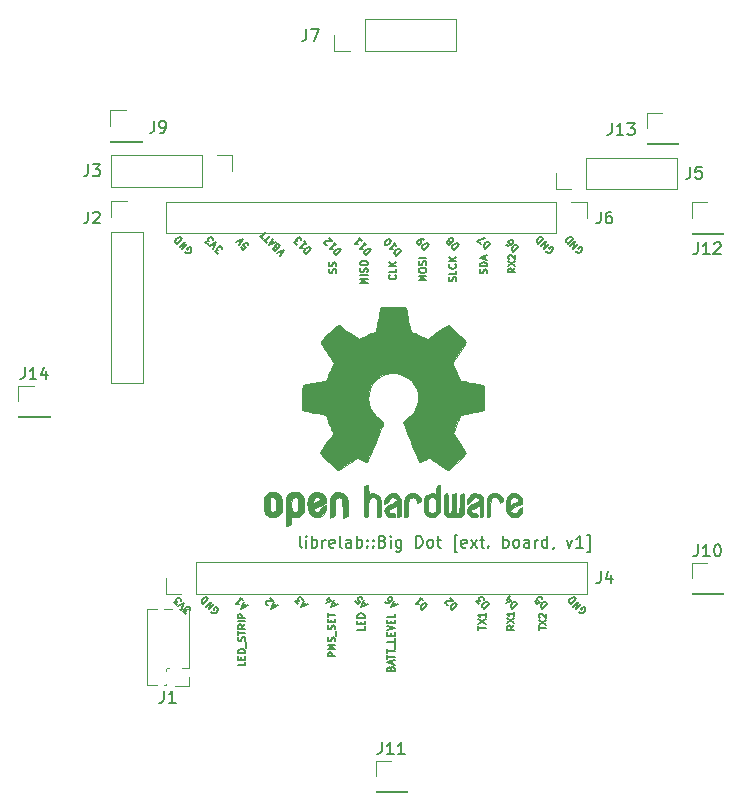
<source format=gto>
G04 #@! TF.GenerationSoftware,KiCad,Pcbnew,5.1.9+dfsg1-1~bpo10+1*
G04 #@! TF.CreationDate,2021-09-15T19:30:04-04:00*
G04 #@! TF.ProjectId,wifi_shield,77696669-5f73-4686-9965-6c642e6b6963,rev?*
G04 #@! TF.SameCoordinates,Original*
G04 #@! TF.FileFunction,Legend,Top*
G04 #@! TF.FilePolarity,Positive*
%FSLAX46Y46*%
G04 Gerber Fmt 4.6, Leading zero omitted, Abs format (unit mm)*
G04 Created by KiCad (PCBNEW 5.1.9+dfsg1-1~bpo10+1) date 2021-09-15 19:30:04*
%MOMM*%
%LPD*%
G01*
G04 APERTURE LIST*
%ADD10C,0.150000*%
%ADD11C,0.200000*%
%ADD12C,0.010000*%
%ADD13C,0.120000*%
G04 APERTURE END LIST*
D10*
X162244428Y-119411857D02*
X162244428Y-119069000D01*
X162844428Y-119240428D02*
X162244428Y-119240428D01*
X162244428Y-118926142D02*
X162844428Y-118526142D01*
X162244428Y-118526142D02*
X162844428Y-118926142D01*
X162301571Y-118326142D02*
X162273000Y-118297571D01*
X162244428Y-118240428D01*
X162244428Y-118097571D01*
X162273000Y-118040428D01*
X162301571Y-118011857D01*
X162358714Y-117983285D01*
X162415857Y-117983285D01*
X162501571Y-118011857D01*
X162844428Y-118354714D01*
X162844428Y-117983285D01*
X160253628Y-88752514D02*
X159967914Y-88952514D01*
X160253628Y-89095371D02*
X159653628Y-89095371D01*
X159653628Y-88866800D01*
X159682200Y-88809657D01*
X159710771Y-88781085D01*
X159767914Y-88752514D01*
X159853628Y-88752514D01*
X159910771Y-88781085D01*
X159939342Y-88809657D01*
X159967914Y-88866800D01*
X159967914Y-89095371D01*
X159653628Y-88552514D02*
X160253628Y-88152514D01*
X159653628Y-88152514D02*
X160253628Y-88552514D01*
X159710771Y-87952514D02*
X159682200Y-87923942D01*
X159653628Y-87866800D01*
X159653628Y-87723942D01*
X159682200Y-87666800D01*
X159710771Y-87638228D01*
X159767914Y-87609657D01*
X159825057Y-87609657D01*
X159910771Y-87638228D01*
X160253628Y-87981085D01*
X160253628Y-87609657D01*
X147731428Y-90020857D02*
X147131428Y-90020857D01*
X147560000Y-89820857D01*
X147131428Y-89620857D01*
X147731428Y-89620857D01*
X147731428Y-89335142D02*
X147131428Y-89335142D01*
X147702857Y-89078000D02*
X147731428Y-88992285D01*
X147731428Y-88849428D01*
X147702857Y-88792285D01*
X147674285Y-88763714D01*
X147617142Y-88735142D01*
X147560000Y-88735142D01*
X147502857Y-88763714D01*
X147474285Y-88792285D01*
X147445714Y-88849428D01*
X147417142Y-88963714D01*
X147388571Y-89020857D01*
X147360000Y-89049428D01*
X147302857Y-89078000D01*
X147245714Y-89078000D01*
X147188571Y-89049428D01*
X147160000Y-89020857D01*
X147131428Y-88963714D01*
X147131428Y-88820857D01*
X147160000Y-88735142D01*
X147131428Y-88363714D02*
X147131428Y-88249428D01*
X147160000Y-88192285D01*
X147217142Y-88135142D01*
X147331428Y-88106571D01*
X147531428Y-88106571D01*
X147645714Y-88135142D01*
X147702857Y-88192285D01*
X147731428Y-88249428D01*
X147731428Y-88363714D01*
X147702857Y-88420857D01*
X147645714Y-88478000D01*
X147531428Y-88506571D01*
X147331428Y-88506571D01*
X147217142Y-88478000D01*
X147160000Y-88420857D01*
X147131428Y-88363714D01*
X137371428Y-122071428D02*
X137371428Y-122357142D01*
X136771428Y-122357142D01*
X137057142Y-121871428D02*
X137057142Y-121671428D01*
X137371428Y-121585714D02*
X137371428Y-121871428D01*
X136771428Y-121871428D01*
X136771428Y-121585714D01*
X137371428Y-121328571D02*
X136771428Y-121328571D01*
X136771428Y-121185714D01*
X136800000Y-121100000D01*
X136857142Y-121042857D01*
X136914285Y-121014285D01*
X137028571Y-120985714D01*
X137114285Y-120985714D01*
X137228571Y-121014285D01*
X137285714Y-121042857D01*
X137342857Y-121100000D01*
X137371428Y-121185714D01*
X137371428Y-121328571D01*
X137428571Y-120871428D02*
X137428571Y-120414285D01*
X137342857Y-120300000D02*
X137371428Y-120214285D01*
X137371428Y-120071428D01*
X137342857Y-120014285D01*
X137314285Y-119985714D01*
X137257142Y-119957142D01*
X137200000Y-119957142D01*
X137142857Y-119985714D01*
X137114285Y-120014285D01*
X137085714Y-120071428D01*
X137057142Y-120185714D01*
X137028571Y-120242857D01*
X137000000Y-120271428D01*
X136942857Y-120300000D01*
X136885714Y-120300000D01*
X136828571Y-120271428D01*
X136800000Y-120242857D01*
X136771428Y-120185714D01*
X136771428Y-120042857D01*
X136800000Y-119957142D01*
X136771428Y-119785714D02*
X136771428Y-119442857D01*
X137371428Y-119614285D02*
X136771428Y-119614285D01*
X137371428Y-118900000D02*
X137085714Y-119100000D01*
X137371428Y-119242857D02*
X136771428Y-119242857D01*
X136771428Y-119014285D01*
X136800000Y-118957142D01*
X136828571Y-118928571D01*
X136885714Y-118900000D01*
X136971428Y-118900000D01*
X137028571Y-118928571D01*
X137057142Y-118957142D01*
X137085714Y-119014285D01*
X137085714Y-119242857D01*
X137371428Y-118642857D02*
X136771428Y-118642857D01*
X137371428Y-118357142D02*
X136771428Y-118357142D01*
X136771428Y-118128571D01*
X136800000Y-118071428D01*
X136828571Y-118042857D01*
X136885714Y-118014285D01*
X136971428Y-118014285D01*
X137028571Y-118042857D01*
X137057142Y-118071428D01*
X137085714Y-118128571D01*
X137085714Y-118357142D01*
X165361116Y-87285380D02*
X165381319Y-87345990D01*
X165441928Y-87406599D01*
X165522741Y-87447005D01*
X165603553Y-87447005D01*
X165664162Y-87426802D01*
X165765177Y-87366193D01*
X165825786Y-87305583D01*
X165886396Y-87204568D01*
X165906599Y-87143959D01*
X165906599Y-87063147D01*
X165866193Y-86982335D01*
X165825786Y-86941928D01*
X165744974Y-86901522D01*
X165704568Y-86901522D01*
X165563147Y-87042944D01*
X165643959Y-87123756D01*
X165563147Y-86679289D02*
X165138883Y-87103553D01*
X165320710Y-86436852D01*
X164896446Y-86861116D01*
X165118680Y-86234822D02*
X164694416Y-86659086D01*
X164593400Y-86558071D01*
X164552994Y-86477258D01*
X164552994Y-86396446D01*
X164573197Y-86335837D01*
X164633806Y-86234822D01*
X164694416Y-86174213D01*
X164795431Y-86113603D01*
X164856040Y-86093400D01*
X164936852Y-86093400D01*
X165017664Y-86133806D01*
X165118680Y-86234822D01*
X162861116Y-87285380D02*
X162881319Y-87345990D01*
X162941928Y-87406599D01*
X163022741Y-87447005D01*
X163103553Y-87447005D01*
X163164162Y-87426802D01*
X163265177Y-87366193D01*
X163325786Y-87305583D01*
X163386396Y-87204568D01*
X163406599Y-87143959D01*
X163406599Y-87063147D01*
X163366193Y-86982335D01*
X163325786Y-86941928D01*
X163244974Y-86901522D01*
X163204568Y-86901522D01*
X163063147Y-87042944D01*
X163143959Y-87123756D01*
X163063147Y-86679289D02*
X162638883Y-87103553D01*
X162820710Y-86436852D01*
X162396446Y-86861116D01*
X162618680Y-86234822D02*
X162194416Y-86659086D01*
X162093400Y-86558071D01*
X162052994Y-86477258D01*
X162052994Y-86396446D01*
X162073197Y-86335837D01*
X162133806Y-86234822D01*
X162194416Y-86174213D01*
X162295431Y-86113603D01*
X162356040Y-86093400D01*
X162436852Y-86093400D01*
X162517664Y-86133806D01*
X162618680Y-86234822D01*
X135042944Y-87507614D02*
X134780304Y-87244974D01*
X135083350Y-87224771D01*
X135022741Y-87164162D01*
X135002538Y-87103553D01*
X135002538Y-87063147D01*
X135022741Y-87002538D01*
X135123756Y-86901522D01*
X135184365Y-86881319D01*
X135224771Y-86881319D01*
X135285380Y-86901522D01*
X135406599Y-87022741D01*
X135426802Y-87083350D01*
X135426802Y-87123756D01*
X134659086Y-87123756D02*
X134941928Y-86558071D01*
X134376243Y-86840913D01*
X134275228Y-86739898D02*
X134012588Y-86477258D01*
X134315634Y-86457055D01*
X134255025Y-86396446D01*
X134234822Y-86335837D01*
X134234822Y-86295431D01*
X134255025Y-86234822D01*
X134356040Y-86133806D01*
X134416649Y-86113603D01*
X134457055Y-86113603D01*
X134517664Y-86133806D01*
X134638883Y-86255025D01*
X134659086Y-86315634D01*
X134659086Y-86356040D01*
X152918076Y-86786218D02*
X152493812Y-87210482D01*
X152392796Y-87109467D01*
X152352390Y-87028654D01*
X152352390Y-86947842D01*
X152372593Y-86887233D01*
X152433203Y-86786218D01*
X152493812Y-86725609D01*
X152594827Y-86665000D01*
X152655436Y-86644796D01*
X152736248Y-86644796D01*
X152817061Y-86685203D01*
X152918076Y-86786218D01*
X152473609Y-86341751D02*
X152392796Y-86260938D01*
X152332187Y-86240735D01*
X152291781Y-86240735D01*
X152190766Y-86260938D01*
X152089751Y-86321548D01*
X151928126Y-86483172D01*
X151907923Y-86543781D01*
X151907923Y-86584187D01*
X151928126Y-86644796D01*
X152008938Y-86725609D01*
X152069548Y-86745812D01*
X152109954Y-86745812D01*
X152170563Y-86725609D01*
X152271578Y-86624593D01*
X152291781Y-86563984D01*
X152291781Y-86523578D01*
X152271578Y-86462969D01*
X152190766Y-86382157D01*
X152130157Y-86361954D01*
X152089751Y-86361954D01*
X152029142Y-86382157D01*
X158125076Y-86659218D02*
X157700812Y-87083482D01*
X157599796Y-86982467D01*
X157559390Y-86901654D01*
X157559390Y-86820842D01*
X157579593Y-86760233D01*
X157640203Y-86659218D01*
X157700812Y-86598609D01*
X157801827Y-86538000D01*
X157862436Y-86517796D01*
X157943248Y-86517796D01*
X158024061Y-86558203D01*
X158125076Y-86659218D01*
X157316954Y-86699624D02*
X157034111Y-86416781D01*
X157640203Y-86174345D01*
X155458076Y-86786218D02*
X155033812Y-87210482D01*
X154932796Y-87109467D01*
X154892390Y-87028654D01*
X154892390Y-86947842D01*
X154912593Y-86887233D01*
X154973203Y-86786218D01*
X155033812Y-86725609D01*
X155134827Y-86665000D01*
X155195436Y-86644796D01*
X155276248Y-86644796D01*
X155357061Y-86685203D01*
X155458076Y-86786218D01*
X154730766Y-86543781D02*
X154750969Y-86604390D01*
X154750969Y-86644796D01*
X154730766Y-86705406D01*
X154710563Y-86725609D01*
X154649954Y-86745812D01*
X154609548Y-86745812D01*
X154548938Y-86725609D01*
X154468126Y-86644796D01*
X154447923Y-86584187D01*
X154447923Y-86543781D01*
X154468126Y-86483172D01*
X154488329Y-86462969D01*
X154548938Y-86442766D01*
X154589345Y-86442766D01*
X154649954Y-86462969D01*
X154730766Y-86543781D01*
X154791375Y-86563984D01*
X154831781Y-86563984D01*
X154892390Y-86543781D01*
X154973203Y-86462969D01*
X154993406Y-86402360D01*
X154993406Y-86361954D01*
X154973203Y-86301345D01*
X154892390Y-86220532D01*
X154831781Y-86200329D01*
X154791375Y-86200329D01*
X154730766Y-86220532D01*
X154649954Y-86301345D01*
X154629751Y-86361954D01*
X154629751Y-86402360D01*
X154649954Y-86462969D01*
X140339294Y-87730564D02*
X140622137Y-87164879D01*
X140056451Y-87447722D01*
X139975639Y-86962848D02*
X139935233Y-86882036D01*
X139935233Y-86841630D01*
X139955436Y-86781021D01*
X140016045Y-86720412D01*
X140076654Y-86700209D01*
X140117061Y-86700209D01*
X140177670Y-86720412D01*
X140339294Y-86882036D01*
X139915030Y-87306300D01*
X139773609Y-87164879D01*
X139753406Y-87104270D01*
X139753406Y-87063864D01*
X139773609Y-87003254D01*
X139814015Y-86962848D01*
X139874624Y-86942645D01*
X139915030Y-86942645D01*
X139975639Y-86962848D01*
X140117061Y-87104270D01*
X139814015Y-86599193D02*
X139611984Y-86397163D01*
X139975639Y-86518381D02*
X139409954Y-86801224D01*
X139692796Y-86235538D01*
X139187720Y-86578990D02*
X138945284Y-86336554D01*
X139490766Y-86033508D02*
X139066502Y-86457772D01*
X138864471Y-86255742D02*
X138622035Y-86013305D01*
X139167517Y-85710259D02*
X138743253Y-86134523D01*
X142960106Y-87115248D02*
X142535842Y-87539512D01*
X142434827Y-87438497D01*
X142394421Y-87357685D01*
X142394421Y-87276873D01*
X142414624Y-87216264D01*
X142475233Y-87115248D01*
X142535842Y-87054639D01*
X142636857Y-86994030D01*
X142697467Y-86973827D01*
X142778279Y-86973827D01*
X142859091Y-87014233D01*
X142960106Y-87115248D01*
X142313609Y-86468751D02*
X142556045Y-86711187D01*
X142434827Y-86589969D02*
X142010563Y-87014233D01*
X142111578Y-86994030D01*
X142192390Y-86994030D01*
X142253000Y-87014233D01*
X141747923Y-86751593D02*
X141485284Y-86488954D01*
X141788329Y-86468751D01*
X141727720Y-86408142D01*
X141707517Y-86347532D01*
X141707517Y-86307126D01*
X141727720Y-86246517D01*
X141828735Y-86145502D01*
X141889345Y-86125299D01*
X141929751Y-86125299D01*
X141990360Y-86145502D01*
X142111578Y-86266720D01*
X142131781Y-86327329D01*
X142131781Y-86367735D01*
X145500106Y-87216848D02*
X145075842Y-87641112D01*
X144974827Y-87540097D01*
X144934421Y-87459285D01*
X144934421Y-87378473D01*
X144954624Y-87317864D01*
X145015233Y-87216848D01*
X145075842Y-87156239D01*
X145176857Y-87095630D01*
X145237467Y-87075427D01*
X145318279Y-87075427D01*
X145399091Y-87115833D01*
X145500106Y-87216848D01*
X144853609Y-86570351D02*
X145096045Y-86812787D01*
X144974827Y-86691569D02*
X144550563Y-87115833D01*
X144651578Y-87095630D01*
X144732390Y-87095630D01*
X144793000Y-87115833D01*
X144308126Y-86792584D02*
X144267720Y-86792584D01*
X144207111Y-86772381D01*
X144106096Y-86671366D01*
X144085893Y-86610757D01*
X144085893Y-86570351D01*
X144106096Y-86509742D01*
X144146502Y-86469335D01*
X144227314Y-86428929D01*
X144712187Y-86428929D01*
X144449548Y-86166290D01*
X150580106Y-87242248D02*
X150155842Y-87666512D01*
X150054827Y-87565497D01*
X150014421Y-87484685D01*
X150014421Y-87403873D01*
X150034624Y-87343264D01*
X150095233Y-87242248D01*
X150155842Y-87181639D01*
X150256857Y-87121030D01*
X150317467Y-87100827D01*
X150398279Y-87100827D01*
X150479091Y-87141233D01*
X150580106Y-87242248D01*
X149933609Y-86595751D02*
X150176045Y-86838187D01*
X150054827Y-86716969D02*
X149630563Y-87141233D01*
X149731578Y-87121030D01*
X149812390Y-87121030D01*
X149873000Y-87141233D01*
X149246705Y-86757375D02*
X149206299Y-86716969D01*
X149186096Y-86656360D01*
X149186096Y-86615954D01*
X149206299Y-86555345D01*
X149266908Y-86454329D01*
X149367923Y-86353314D01*
X149468938Y-86292705D01*
X149529548Y-86272502D01*
X149569954Y-86272502D01*
X149630563Y-86292705D01*
X149670969Y-86333111D01*
X149691172Y-86393720D01*
X149691172Y-86434126D01*
X149670969Y-86494735D01*
X149610360Y-86595751D01*
X149509345Y-86696766D01*
X149408329Y-86757375D01*
X149347720Y-86777578D01*
X149307314Y-86777578D01*
X149246705Y-86757375D01*
X137021477Y-86952747D02*
X137223507Y-87154777D01*
X137445741Y-86972950D01*
X137405335Y-86972950D01*
X137344725Y-86952747D01*
X137243710Y-86851732D01*
X137223507Y-86791122D01*
X137223507Y-86750716D01*
X137243710Y-86690107D01*
X137344725Y-86589092D01*
X137405335Y-86568889D01*
X137445741Y-86568889D01*
X137506350Y-86589092D01*
X137607365Y-86690107D01*
X137627568Y-86750716D01*
X137627568Y-86791122D01*
X136880055Y-86811325D02*
X137162898Y-86245640D01*
X136597213Y-86528483D01*
X148040106Y-87216848D02*
X147615842Y-87641112D01*
X147514827Y-87540097D01*
X147474421Y-87459285D01*
X147474421Y-87378473D01*
X147494624Y-87317864D01*
X147555233Y-87216848D01*
X147615842Y-87156239D01*
X147716857Y-87095630D01*
X147777467Y-87075427D01*
X147858279Y-87075427D01*
X147939091Y-87115833D01*
X148040106Y-87216848D01*
X147393609Y-86570351D02*
X147636045Y-86812787D01*
X147514827Y-86691569D02*
X147090563Y-87115833D01*
X147191578Y-87095630D01*
X147272390Y-87095630D01*
X147333000Y-87115833D01*
X146989548Y-86166290D02*
X147231984Y-86408726D01*
X147110766Y-86287508D02*
X146686502Y-86711772D01*
X146787517Y-86691569D01*
X146868329Y-86691569D01*
X146928938Y-86711772D01*
X160505076Y-86913218D02*
X160080812Y-87337482D01*
X159979796Y-87236467D01*
X159939390Y-87155654D01*
X159939390Y-87074842D01*
X159959593Y-87014233D01*
X160020203Y-86913218D01*
X160080812Y-86852609D01*
X160181827Y-86792000D01*
X160242436Y-86771796D01*
X160323248Y-86771796D01*
X160404061Y-86812203D01*
X160505076Y-86913218D01*
X159474720Y-86731390D02*
X159555532Y-86812203D01*
X159616142Y-86832406D01*
X159656548Y-86832406D01*
X159757563Y-86812203D01*
X159858578Y-86751593D01*
X160020203Y-86589969D01*
X160040406Y-86529360D01*
X160040406Y-86488954D01*
X160020203Y-86428345D01*
X159939390Y-86347532D01*
X159878781Y-86327329D01*
X159838375Y-86327329D01*
X159777766Y-86347532D01*
X159676751Y-86448548D01*
X159656548Y-86509157D01*
X159656548Y-86549563D01*
X159676751Y-86610172D01*
X159757563Y-86690984D01*
X159818172Y-86711187D01*
X159858578Y-86711187D01*
X159919187Y-86690984D01*
X132280316Y-87327380D02*
X132300519Y-87387990D01*
X132361128Y-87448599D01*
X132441941Y-87489005D01*
X132522753Y-87489005D01*
X132583362Y-87468802D01*
X132684377Y-87408193D01*
X132744986Y-87347583D01*
X132805596Y-87246568D01*
X132825799Y-87185959D01*
X132825799Y-87105147D01*
X132785393Y-87024335D01*
X132744986Y-86983928D01*
X132664174Y-86943522D01*
X132623768Y-86943522D01*
X132482347Y-87084944D01*
X132563159Y-87165756D01*
X132482347Y-86721289D02*
X132058083Y-87145553D01*
X132239910Y-86478852D01*
X131815646Y-86903116D01*
X132037880Y-86276822D02*
X131613616Y-86701086D01*
X131512600Y-86600071D01*
X131472194Y-86519258D01*
X131472194Y-86438446D01*
X131492397Y-86377837D01*
X131553006Y-86276822D01*
X131613616Y-86216213D01*
X131714631Y-86155603D01*
X131775240Y-86135400D01*
X131856052Y-86135400D01*
X131936864Y-86175806D01*
X132037880Y-86276822D01*
X157819857Y-89171571D02*
X157848428Y-89085857D01*
X157848428Y-88943000D01*
X157819857Y-88885857D01*
X157791285Y-88857285D01*
X157734142Y-88828714D01*
X157677000Y-88828714D01*
X157619857Y-88857285D01*
X157591285Y-88885857D01*
X157562714Y-88943000D01*
X157534142Y-89057285D01*
X157505571Y-89114428D01*
X157477000Y-89143000D01*
X157419857Y-89171571D01*
X157362714Y-89171571D01*
X157305571Y-89143000D01*
X157277000Y-89114428D01*
X157248428Y-89057285D01*
X157248428Y-88914428D01*
X157277000Y-88828714D01*
X157848428Y-88571571D02*
X157248428Y-88571571D01*
X157248428Y-88428714D01*
X157277000Y-88343000D01*
X157334142Y-88285857D01*
X157391285Y-88257285D01*
X157505571Y-88228714D01*
X157591285Y-88228714D01*
X157705571Y-88257285D01*
X157762714Y-88285857D01*
X157819857Y-88343000D01*
X157848428Y-88428714D01*
X157848428Y-88571571D01*
X157677000Y-88000142D02*
X157677000Y-87714428D01*
X157848428Y-88057285D02*
X157248428Y-87857285D01*
X157848428Y-87657285D01*
X155195857Y-89838285D02*
X155224428Y-89752571D01*
X155224428Y-89609714D01*
X155195857Y-89552571D01*
X155167285Y-89524000D01*
X155110142Y-89495428D01*
X155053000Y-89495428D01*
X154995857Y-89524000D01*
X154967285Y-89552571D01*
X154938714Y-89609714D01*
X154910142Y-89724000D01*
X154881571Y-89781142D01*
X154853000Y-89809714D01*
X154795857Y-89838285D01*
X154738714Y-89838285D01*
X154681571Y-89809714D01*
X154653000Y-89781142D01*
X154624428Y-89724000D01*
X154624428Y-89581142D01*
X154653000Y-89495428D01*
X155224428Y-88952571D02*
X155224428Y-89238285D01*
X154624428Y-89238285D01*
X155167285Y-88409714D02*
X155195857Y-88438285D01*
X155224428Y-88524000D01*
X155224428Y-88581142D01*
X155195857Y-88666857D01*
X155138714Y-88724000D01*
X155081571Y-88752571D01*
X154967285Y-88781142D01*
X154881571Y-88781142D01*
X154767285Y-88752571D01*
X154710142Y-88724000D01*
X154653000Y-88666857D01*
X154624428Y-88581142D01*
X154624428Y-88524000D01*
X154653000Y-88438285D01*
X154681571Y-88409714D01*
X155224428Y-88152571D02*
X154624428Y-88152571D01*
X155224428Y-87809714D02*
X154881571Y-88066857D01*
X154624428Y-87809714D02*
X154967285Y-88152571D01*
X152684428Y-89766857D02*
X152084428Y-89766857D01*
X152513000Y-89566857D01*
X152084428Y-89366857D01*
X152684428Y-89366857D01*
X152084428Y-88966857D02*
X152084428Y-88852571D01*
X152113000Y-88795428D01*
X152170142Y-88738285D01*
X152284428Y-88709714D01*
X152484428Y-88709714D01*
X152598714Y-88738285D01*
X152655857Y-88795428D01*
X152684428Y-88852571D01*
X152684428Y-88966857D01*
X152655857Y-89024000D01*
X152598714Y-89081142D01*
X152484428Y-89109714D01*
X152284428Y-89109714D01*
X152170142Y-89081142D01*
X152113000Y-89024000D01*
X152084428Y-88966857D01*
X152655857Y-88481142D02*
X152684428Y-88395428D01*
X152684428Y-88252571D01*
X152655857Y-88195428D01*
X152627285Y-88166857D01*
X152570142Y-88138285D01*
X152513000Y-88138285D01*
X152455857Y-88166857D01*
X152427285Y-88195428D01*
X152398714Y-88252571D01*
X152370142Y-88366857D01*
X152341571Y-88424000D01*
X152313000Y-88452571D01*
X152255857Y-88481142D01*
X152198714Y-88481142D01*
X152141571Y-88452571D01*
X152113000Y-88424000D01*
X152084428Y-88366857D01*
X152084428Y-88224000D01*
X152113000Y-88138285D01*
X152684428Y-87881142D02*
X152084428Y-87881142D01*
X150087285Y-89308142D02*
X150115857Y-89336714D01*
X150144428Y-89422428D01*
X150144428Y-89479571D01*
X150115857Y-89565285D01*
X150058714Y-89622428D01*
X150001571Y-89651000D01*
X149887285Y-89679571D01*
X149801571Y-89679571D01*
X149687285Y-89651000D01*
X149630142Y-89622428D01*
X149573000Y-89565285D01*
X149544428Y-89479571D01*
X149544428Y-89422428D01*
X149573000Y-89336714D01*
X149601571Y-89308142D01*
X150144428Y-88765285D02*
X150144428Y-89051000D01*
X149544428Y-89051000D01*
X150144428Y-88565285D02*
X149544428Y-88565285D01*
X150144428Y-88222428D02*
X149801571Y-88479571D01*
X149544428Y-88222428D02*
X149887285Y-88565285D01*
X145035857Y-89154142D02*
X145064428Y-89068428D01*
X145064428Y-88925571D01*
X145035857Y-88868428D01*
X145007285Y-88839857D01*
X144950142Y-88811285D01*
X144893000Y-88811285D01*
X144835857Y-88839857D01*
X144807285Y-88868428D01*
X144778714Y-88925571D01*
X144750142Y-89039857D01*
X144721571Y-89097000D01*
X144693000Y-89125571D01*
X144635857Y-89154142D01*
X144578714Y-89154142D01*
X144521571Y-89125571D01*
X144493000Y-89097000D01*
X144464428Y-89039857D01*
X144464428Y-88897000D01*
X144493000Y-88811285D01*
X145035857Y-88582714D02*
X145064428Y-88497000D01*
X145064428Y-88354142D01*
X145035857Y-88297000D01*
X145007285Y-88268428D01*
X144950142Y-88239857D01*
X144893000Y-88239857D01*
X144835857Y-88268428D01*
X144807285Y-88297000D01*
X144778714Y-88354142D01*
X144750142Y-88468428D01*
X144721571Y-88525571D01*
X144693000Y-88554142D01*
X144635857Y-88582714D01*
X144578714Y-88582714D01*
X144521571Y-88554142D01*
X144493000Y-88525571D01*
X144464428Y-88468428D01*
X144464428Y-88325571D01*
X144493000Y-88239857D01*
D11*
X142157142Y-112390380D02*
X142061904Y-112342761D01*
X142014285Y-112247523D01*
X142014285Y-111390380D01*
X142538095Y-112390380D02*
X142538095Y-111723714D01*
X142538095Y-111390380D02*
X142490476Y-111438000D01*
X142538095Y-111485619D01*
X142585714Y-111438000D01*
X142538095Y-111390380D01*
X142538095Y-111485619D01*
X143014285Y-112390380D02*
X143014285Y-111390380D01*
X143014285Y-111771333D02*
X143109523Y-111723714D01*
X143300000Y-111723714D01*
X143395238Y-111771333D01*
X143442857Y-111818952D01*
X143490476Y-111914190D01*
X143490476Y-112199904D01*
X143442857Y-112295142D01*
X143395238Y-112342761D01*
X143300000Y-112390380D01*
X143109523Y-112390380D01*
X143014285Y-112342761D01*
X143919047Y-112390380D02*
X143919047Y-111723714D01*
X143919047Y-111914190D02*
X143966666Y-111818952D01*
X144014285Y-111771333D01*
X144109523Y-111723714D01*
X144204761Y-111723714D01*
X144919047Y-112342761D02*
X144823809Y-112390380D01*
X144633333Y-112390380D01*
X144538095Y-112342761D01*
X144490476Y-112247523D01*
X144490476Y-111866571D01*
X144538095Y-111771333D01*
X144633333Y-111723714D01*
X144823809Y-111723714D01*
X144919047Y-111771333D01*
X144966666Y-111866571D01*
X144966666Y-111961809D01*
X144490476Y-112057047D01*
X145538095Y-112390380D02*
X145442857Y-112342761D01*
X145395238Y-112247523D01*
X145395238Y-111390380D01*
X146347619Y-112390380D02*
X146347619Y-111866571D01*
X146300000Y-111771333D01*
X146204761Y-111723714D01*
X146014285Y-111723714D01*
X145919047Y-111771333D01*
X146347619Y-112342761D02*
X146252380Y-112390380D01*
X146014285Y-112390380D01*
X145919047Y-112342761D01*
X145871428Y-112247523D01*
X145871428Y-112152285D01*
X145919047Y-112057047D01*
X146014285Y-112009428D01*
X146252380Y-112009428D01*
X146347619Y-111961809D01*
X146823809Y-112390380D02*
X146823809Y-111390380D01*
X146823809Y-111771333D02*
X146919047Y-111723714D01*
X147109523Y-111723714D01*
X147204761Y-111771333D01*
X147252380Y-111818952D01*
X147300000Y-111914190D01*
X147300000Y-112199904D01*
X147252380Y-112295142D01*
X147204761Y-112342761D01*
X147109523Y-112390380D01*
X146919047Y-112390380D01*
X146823809Y-112342761D01*
X147728571Y-112295142D02*
X147776190Y-112342761D01*
X147728571Y-112390380D01*
X147680952Y-112342761D01*
X147728571Y-112295142D01*
X147728571Y-112390380D01*
X147728571Y-111771333D02*
X147776190Y-111818952D01*
X147728571Y-111866571D01*
X147680952Y-111818952D01*
X147728571Y-111771333D01*
X147728571Y-111866571D01*
X148204761Y-112295142D02*
X148252380Y-112342761D01*
X148204761Y-112390380D01*
X148157142Y-112342761D01*
X148204761Y-112295142D01*
X148204761Y-112390380D01*
X148204761Y-111771333D02*
X148252380Y-111818952D01*
X148204761Y-111866571D01*
X148157142Y-111818952D01*
X148204761Y-111771333D01*
X148204761Y-111866571D01*
X149014285Y-111866571D02*
X149157142Y-111914190D01*
X149204761Y-111961809D01*
X149252380Y-112057047D01*
X149252380Y-112199904D01*
X149204761Y-112295142D01*
X149157142Y-112342761D01*
X149061904Y-112390380D01*
X148680952Y-112390380D01*
X148680952Y-111390380D01*
X149014285Y-111390380D01*
X149109523Y-111438000D01*
X149157142Y-111485619D01*
X149204761Y-111580857D01*
X149204761Y-111676095D01*
X149157142Y-111771333D01*
X149109523Y-111818952D01*
X149014285Y-111866571D01*
X148680952Y-111866571D01*
X149680952Y-112390380D02*
X149680952Y-111723714D01*
X149680952Y-111390380D02*
X149633333Y-111438000D01*
X149680952Y-111485619D01*
X149728571Y-111438000D01*
X149680952Y-111390380D01*
X149680952Y-111485619D01*
X150585714Y-111723714D02*
X150585714Y-112533238D01*
X150538095Y-112628476D01*
X150490476Y-112676095D01*
X150395238Y-112723714D01*
X150252380Y-112723714D01*
X150157142Y-112676095D01*
X150585714Y-112342761D02*
X150490476Y-112390380D01*
X150300000Y-112390380D01*
X150204761Y-112342761D01*
X150157142Y-112295142D01*
X150109523Y-112199904D01*
X150109523Y-111914190D01*
X150157142Y-111818952D01*
X150204761Y-111771333D01*
X150300000Y-111723714D01*
X150490476Y-111723714D01*
X150585714Y-111771333D01*
X151823809Y-112390380D02*
X151823809Y-111390380D01*
X152061904Y-111390380D01*
X152204761Y-111438000D01*
X152300000Y-111533238D01*
X152347619Y-111628476D01*
X152395238Y-111818952D01*
X152395238Y-111961809D01*
X152347619Y-112152285D01*
X152300000Y-112247523D01*
X152204761Y-112342761D01*
X152061904Y-112390380D01*
X151823809Y-112390380D01*
X152966666Y-112390380D02*
X152871428Y-112342761D01*
X152823809Y-112295142D01*
X152776190Y-112199904D01*
X152776190Y-111914190D01*
X152823809Y-111818952D01*
X152871428Y-111771333D01*
X152966666Y-111723714D01*
X153109523Y-111723714D01*
X153204761Y-111771333D01*
X153252380Y-111818952D01*
X153300000Y-111914190D01*
X153300000Y-112199904D01*
X153252380Y-112295142D01*
X153204761Y-112342761D01*
X153109523Y-112390380D01*
X152966666Y-112390380D01*
X153585714Y-111723714D02*
X153966666Y-111723714D01*
X153728571Y-111390380D02*
X153728571Y-112247523D01*
X153776190Y-112342761D01*
X153871428Y-112390380D01*
X153966666Y-112390380D01*
X155347619Y-112723714D02*
X155109523Y-112723714D01*
X155109523Y-111295142D01*
X155347619Y-111295142D01*
X156109523Y-112342761D02*
X156014285Y-112390380D01*
X155823809Y-112390380D01*
X155728571Y-112342761D01*
X155680952Y-112247523D01*
X155680952Y-111866571D01*
X155728571Y-111771333D01*
X155823809Y-111723714D01*
X156014285Y-111723714D01*
X156109523Y-111771333D01*
X156157142Y-111866571D01*
X156157142Y-111961809D01*
X155680952Y-112057047D01*
X156490476Y-112390380D02*
X157014285Y-111723714D01*
X156490476Y-111723714D02*
X157014285Y-112390380D01*
X157252380Y-111723714D02*
X157633333Y-111723714D01*
X157395238Y-111390380D02*
X157395238Y-112247523D01*
X157442857Y-112342761D01*
X157538095Y-112390380D01*
X157633333Y-112390380D01*
X157966666Y-112295142D02*
X158014285Y-112342761D01*
X157966666Y-112390380D01*
X157919047Y-112342761D01*
X157966666Y-112295142D01*
X157966666Y-112390380D01*
X159204761Y-112390380D02*
X159204761Y-111390380D01*
X159204761Y-111771333D02*
X159300000Y-111723714D01*
X159490476Y-111723714D01*
X159585714Y-111771333D01*
X159633333Y-111818952D01*
X159680952Y-111914190D01*
X159680952Y-112199904D01*
X159633333Y-112295142D01*
X159585714Y-112342761D01*
X159490476Y-112390380D01*
X159300000Y-112390380D01*
X159204761Y-112342761D01*
X160252380Y-112390380D02*
X160157142Y-112342761D01*
X160109523Y-112295142D01*
X160061904Y-112199904D01*
X160061904Y-111914190D01*
X160109523Y-111818952D01*
X160157142Y-111771333D01*
X160252380Y-111723714D01*
X160395238Y-111723714D01*
X160490476Y-111771333D01*
X160538095Y-111818952D01*
X160585714Y-111914190D01*
X160585714Y-112199904D01*
X160538095Y-112295142D01*
X160490476Y-112342761D01*
X160395238Y-112390380D01*
X160252380Y-112390380D01*
X161442857Y-112390380D02*
X161442857Y-111866571D01*
X161395238Y-111771333D01*
X161300000Y-111723714D01*
X161109523Y-111723714D01*
X161014285Y-111771333D01*
X161442857Y-112342761D02*
X161347619Y-112390380D01*
X161109523Y-112390380D01*
X161014285Y-112342761D01*
X160966666Y-112247523D01*
X160966666Y-112152285D01*
X161014285Y-112057047D01*
X161109523Y-112009428D01*
X161347619Y-112009428D01*
X161442857Y-111961809D01*
X161919047Y-112390380D02*
X161919047Y-111723714D01*
X161919047Y-111914190D02*
X161966666Y-111818952D01*
X162014285Y-111771333D01*
X162109523Y-111723714D01*
X162204761Y-111723714D01*
X162966666Y-112390380D02*
X162966666Y-111390380D01*
X162966666Y-112342761D02*
X162871428Y-112390380D01*
X162680952Y-112390380D01*
X162585714Y-112342761D01*
X162538095Y-112295142D01*
X162490476Y-112199904D01*
X162490476Y-111914190D01*
X162538095Y-111818952D01*
X162585714Y-111771333D01*
X162680952Y-111723714D01*
X162871428Y-111723714D01*
X162966666Y-111771333D01*
X163490476Y-112342761D02*
X163490476Y-112390380D01*
X163442857Y-112485619D01*
X163395238Y-112533238D01*
X164585714Y-111723714D02*
X164823809Y-112390380D01*
X165061904Y-111723714D01*
X165966666Y-112390380D02*
X165395238Y-112390380D01*
X165680952Y-112390380D02*
X165680952Y-111390380D01*
X165585714Y-111533238D01*
X165490476Y-111628476D01*
X165395238Y-111676095D01*
X166300000Y-112723714D02*
X166538095Y-112723714D01*
X166538095Y-111295142D01*
X166300000Y-111295142D01*
D10*
X144971428Y-121600000D02*
X144371428Y-121600000D01*
X144371428Y-121371428D01*
X144400000Y-121314285D01*
X144428571Y-121285714D01*
X144485714Y-121257142D01*
X144571428Y-121257142D01*
X144628571Y-121285714D01*
X144657142Y-121314285D01*
X144685714Y-121371428D01*
X144685714Y-121600000D01*
X144971428Y-121000000D02*
X144371428Y-121000000D01*
X144800000Y-120800000D01*
X144371428Y-120600000D01*
X144971428Y-120600000D01*
X144942857Y-120342857D02*
X144971428Y-120257142D01*
X144971428Y-120114285D01*
X144942857Y-120057142D01*
X144914285Y-120028571D01*
X144857142Y-120000000D01*
X144800000Y-120000000D01*
X144742857Y-120028571D01*
X144714285Y-120057142D01*
X144685714Y-120114285D01*
X144657142Y-120228571D01*
X144628571Y-120285714D01*
X144600000Y-120314285D01*
X144542857Y-120342857D01*
X144485714Y-120342857D01*
X144428571Y-120314285D01*
X144400000Y-120285714D01*
X144371428Y-120228571D01*
X144371428Y-120085714D01*
X144400000Y-120000000D01*
X145028571Y-119885714D02*
X145028571Y-119428571D01*
X144942857Y-119314285D02*
X144971428Y-119228571D01*
X144971428Y-119085714D01*
X144942857Y-119028571D01*
X144914285Y-119000000D01*
X144857142Y-118971428D01*
X144800000Y-118971428D01*
X144742857Y-119000000D01*
X144714285Y-119028571D01*
X144685714Y-119085714D01*
X144657142Y-119200000D01*
X144628571Y-119257142D01*
X144600000Y-119285714D01*
X144542857Y-119314285D01*
X144485714Y-119314285D01*
X144428571Y-119285714D01*
X144400000Y-119257142D01*
X144371428Y-119200000D01*
X144371428Y-119057142D01*
X144400000Y-118971428D01*
X144657142Y-118714285D02*
X144657142Y-118514285D01*
X144971428Y-118428571D02*
X144971428Y-118714285D01*
X144371428Y-118714285D01*
X144371428Y-118428571D01*
X144371428Y-118257142D02*
X144371428Y-117914285D01*
X144971428Y-118085714D02*
X144371428Y-118085714D01*
X147477428Y-119054714D02*
X147477428Y-119340428D01*
X146877428Y-119340428D01*
X147163142Y-118854714D02*
X147163142Y-118654714D01*
X147477428Y-118569000D02*
X147477428Y-118854714D01*
X146877428Y-118854714D01*
X146877428Y-118569000D01*
X147477428Y-118311857D02*
X146877428Y-118311857D01*
X146877428Y-118169000D01*
X146906000Y-118083285D01*
X146963142Y-118026142D01*
X147020285Y-117997571D01*
X147134571Y-117969000D01*
X147220285Y-117969000D01*
X147334571Y-117997571D01*
X147391714Y-118026142D01*
X147448857Y-118083285D01*
X147477428Y-118169000D01*
X147477428Y-118311857D01*
X149703142Y-122632714D02*
X149731714Y-122547000D01*
X149760285Y-122518428D01*
X149817428Y-122489857D01*
X149903142Y-122489857D01*
X149960285Y-122518428D01*
X149988857Y-122547000D01*
X150017428Y-122604142D01*
X150017428Y-122832714D01*
X149417428Y-122832714D01*
X149417428Y-122632714D01*
X149446000Y-122575571D01*
X149474571Y-122547000D01*
X149531714Y-122518428D01*
X149588857Y-122518428D01*
X149646000Y-122547000D01*
X149674571Y-122575571D01*
X149703142Y-122632714D01*
X149703142Y-122832714D01*
X149846000Y-122261285D02*
X149846000Y-121975571D01*
X150017428Y-122318428D02*
X149417428Y-122118428D01*
X150017428Y-121918428D01*
X149417428Y-121804142D02*
X149417428Y-121461285D01*
X150017428Y-121632714D02*
X149417428Y-121632714D01*
X149417428Y-121347000D02*
X149417428Y-121004142D01*
X150017428Y-121175571D02*
X149417428Y-121175571D01*
X150074571Y-120947000D02*
X150074571Y-120489857D01*
X150017428Y-120061285D02*
X150017428Y-120347000D01*
X149417428Y-120347000D01*
X149703142Y-119861285D02*
X149703142Y-119661285D01*
X150017428Y-119575571D02*
X150017428Y-119861285D01*
X149417428Y-119861285D01*
X149417428Y-119575571D01*
X149417428Y-119404142D02*
X150017428Y-119204142D01*
X149417428Y-119004142D01*
X149703142Y-118804142D02*
X149703142Y-118604142D01*
X150017428Y-118518428D02*
X150017428Y-118804142D01*
X149417428Y-118804142D01*
X149417428Y-118518428D01*
X150017428Y-117975571D02*
X150017428Y-118261285D01*
X149417428Y-118261285D01*
X157121428Y-119342857D02*
X157121428Y-119000000D01*
X157721428Y-119171428D02*
X157121428Y-119171428D01*
X157121428Y-118857142D02*
X157721428Y-118457142D01*
X157121428Y-118457142D02*
X157721428Y-118857142D01*
X157721428Y-117914285D02*
X157721428Y-118257142D01*
X157721428Y-118085714D02*
X157121428Y-118085714D01*
X157207142Y-118142857D01*
X157264285Y-118200000D01*
X157292857Y-118257142D01*
X160171428Y-118985714D02*
X159885714Y-119185714D01*
X160171428Y-119328571D02*
X159571428Y-119328571D01*
X159571428Y-119100000D01*
X159600000Y-119042857D01*
X159628571Y-119014285D01*
X159685714Y-118985714D01*
X159771428Y-118985714D01*
X159828571Y-119014285D01*
X159857142Y-119042857D01*
X159885714Y-119100000D01*
X159885714Y-119328571D01*
X159571428Y-118785714D02*
X160171428Y-118385714D01*
X159571428Y-118385714D02*
X160171428Y-118785714D01*
X160171428Y-117842857D02*
X160171428Y-118185714D01*
X160171428Y-118014285D02*
X159571428Y-118014285D01*
X159657142Y-118071428D01*
X159714285Y-118128571D01*
X159742857Y-118185714D01*
X134490116Y-117807380D02*
X134510319Y-117867990D01*
X134570928Y-117928599D01*
X134651741Y-117969005D01*
X134732553Y-117969005D01*
X134793162Y-117948802D01*
X134894177Y-117888193D01*
X134954786Y-117827583D01*
X135015396Y-117726568D01*
X135035599Y-117665959D01*
X135035599Y-117585147D01*
X134995193Y-117504335D01*
X134954786Y-117463928D01*
X134873974Y-117423522D01*
X134833568Y-117423522D01*
X134692147Y-117564944D01*
X134772959Y-117645756D01*
X134692147Y-117201289D02*
X134267883Y-117625553D01*
X134449710Y-116958852D01*
X134025446Y-117383116D01*
X134247680Y-116756822D02*
X133823416Y-117181086D01*
X133722400Y-117080071D01*
X133681994Y-116999258D01*
X133681994Y-116918446D01*
X133702197Y-116857837D01*
X133762806Y-116756822D01*
X133823416Y-116696213D01*
X133924431Y-116635603D01*
X133985040Y-116615400D01*
X134065852Y-116615400D01*
X134146664Y-116655806D01*
X134247680Y-116756822D01*
X132335144Y-118029614D02*
X132072504Y-117766974D01*
X132375550Y-117746771D01*
X132314941Y-117686162D01*
X132294738Y-117625553D01*
X132294738Y-117585147D01*
X132314941Y-117524538D01*
X132415956Y-117423522D01*
X132476565Y-117403319D01*
X132516971Y-117403319D01*
X132577580Y-117423522D01*
X132698799Y-117544741D01*
X132719002Y-117605350D01*
X132719002Y-117645756D01*
X131951286Y-117645756D02*
X132234128Y-117080071D01*
X131668443Y-117362913D01*
X131567428Y-117261898D02*
X131304788Y-116999258D01*
X131607834Y-116979055D01*
X131547225Y-116918446D01*
X131527022Y-116857837D01*
X131527022Y-116817431D01*
X131547225Y-116756822D01*
X131648240Y-116655806D01*
X131708849Y-116635603D01*
X131749255Y-116635603D01*
X131809864Y-116655806D01*
X131931083Y-116777025D01*
X131951286Y-116837634D01*
X131951286Y-116878040D01*
X165605116Y-117807380D02*
X165625319Y-117867990D01*
X165685928Y-117928599D01*
X165766741Y-117969005D01*
X165847553Y-117969005D01*
X165908162Y-117948802D01*
X166009177Y-117888193D01*
X166069786Y-117827583D01*
X166130396Y-117726568D01*
X166150599Y-117665959D01*
X166150599Y-117585147D01*
X166110193Y-117504335D01*
X166069786Y-117463928D01*
X165988974Y-117423522D01*
X165948568Y-117423522D01*
X165807147Y-117564944D01*
X165887959Y-117645756D01*
X165807147Y-117201289D02*
X165382883Y-117625553D01*
X165564710Y-116958852D01*
X165140446Y-117383116D01*
X165362680Y-116756822D02*
X164938416Y-117181086D01*
X164837400Y-117080071D01*
X164796994Y-116999258D01*
X164796994Y-116918446D01*
X164817197Y-116857837D01*
X164877806Y-116756822D01*
X164938416Y-116696213D01*
X165039431Y-116635603D01*
X165100040Y-116615400D01*
X165180852Y-116615400D01*
X165261664Y-116655806D01*
X165362680Y-116756822D01*
X147579756Y-117224935D02*
X147377725Y-117022904D01*
X147741380Y-117144122D02*
X147175695Y-117426965D01*
X147458538Y-116861280D01*
X146690822Y-116942092D02*
X146892852Y-117144122D01*
X147115086Y-116962295D01*
X147074680Y-116962295D01*
X147014071Y-116942092D01*
X146913055Y-116841077D01*
X146892852Y-116780467D01*
X146892852Y-116740061D01*
X146913055Y-116679452D01*
X147014071Y-116578437D01*
X147074680Y-116558234D01*
X147115086Y-116558234D01*
X147175695Y-116578437D01*
X147276710Y-116679452D01*
X147296913Y-116740061D01*
X147296913Y-116780467D01*
X137419756Y-117351935D02*
X137217725Y-117149904D01*
X137581380Y-117271122D02*
X137015695Y-117553965D01*
X137298538Y-116988280D01*
X136934883Y-116624625D02*
X137177319Y-116867061D01*
X137056101Y-116745843D02*
X136631837Y-117170107D01*
X136732852Y-117149904D01*
X136813664Y-117149904D01*
X136874274Y-117170107D01*
X150119756Y-117250335D02*
X149917725Y-117048304D01*
X150281380Y-117169522D02*
X149715695Y-117452365D01*
X149998538Y-116886680D01*
X149251025Y-116987695D02*
X149331837Y-117068507D01*
X149392446Y-117088710D01*
X149432852Y-117088710D01*
X149533867Y-117068507D01*
X149634883Y-117007898D01*
X149796507Y-116846274D01*
X149816710Y-116785664D01*
X149816710Y-116745258D01*
X149796507Y-116684649D01*
X149715695Y-116603837D01*
X149655086Y-116583634D01*
X149614680Y-116583634D01*
X149554071Y-116603837D01*
X149453055Y-116704852D01*
X149432852Y-116765461D01*
X149432852Y-116805867D01*
X149453055Y-116866477D01*
X149533867Y-116947289D01*
X149594477Y-116967492D01*
X149634883Y-116967492D01*
X149695492Y-116947289D01*
X145039756Y-117224935D02*
X144837725Y-117022904D01*
X145201380Y-117144122D02*
X144635695Y-117426965D01*
X144918538Y-116861280D01*
X144312446Y-116820874D02*
X144595289Y-116538031D01*
X144251837Y-117083513D02*
X144655898Y-116881483D01*
X144393258Y-116618843D01*
X142499756Y-117250335D02*
X142297725Y-117048304D01*
X142661380Y-117169522D02*
X142095695Y-117452365D01*
X142378538Y-116886680D01*
X141853258Y-117209928D02*
X141590619Y-116947289D01*
X141893664Y-116927086D01*
X141833055Y-116866477D01*
X141812852Y-116805867D01*
X141812852Y-116765461D01*
X141833055Y-116704852D01*
X141934071Y-116603837D01*
X141994680Y-116583634D01*
X142035086Y-116583634D01*
X142095695Y-116603837D01*
X142216913Y-116725055D01*
X142237116Y-116785664D01*
X142237116Y-116826071D01*
X139959756Y-117351935D02*
X139757725Y-117149904D01*
X140121380Y-117271122D02*
X139555695Y-117553965D01*
X139838538Y-116988280D01*
X139333461Y-117250919D02*
X139293055Y-117250919D01*
X139232446Y-117230716D01*
X139131431Y-117129701D01*
X139111228Y-117069092D01*
X139111228Y-117028686D01*
X139131431Y-116968077D01*
X139171837Y-116927671D01*
X139252649Y-116887264D01*
X139737522Y-116887264D01*
X139474883Y-116624625D01*
X155331076Y-117266218D02*
X154906812Y-117690482D01*
X154805796Y-117589467D01*
X154765390Y-117508654D01*
X154765390Y-117427842D01*
X154785593Y-117367233D01*
X154846203Y-117266218D01*
X154906812Y-117205609D01*
X155007827Y-117145000D01*
X155068436Y-117124796D01*
X155149248Y-117124796D01*
X155230061Y-117165203D01*
X155331076Y-117266218D01*
X154543157Y-117246015D02*
X154502751Y-117246015D01*
X154442142Y-117225812D01*
X154341126Y-117124796D01*
X154320923Y-117064187D01*
X154320923Y-117023781D01*
X154341126Y-116963172D01*
X154381532Y-116922766D01*
X154462345Y-116882360D01*
X154947218Y-116882360D01*
X154684578Y-116619720D01*
X157998076Y-117139218D02*
X157573812Y-117563482D01*
X157472796Y-117462467D01*
X157432390Y-117381654D01*
X157432390Y-117300842D01*
X157452593Y-117240233D01*
X157513203Y-117139218D01*
X157573812Y-117078609D01*
X157674827Y-117018000D01*
X157735436Y-116997796D01*
X157816248Y-116997796D01*
X157897061Y-117038203D01*
X157998076Y-117139218D01*
X157189954Y-117179624D02*
X156927314Y-116916984D01*
X157230360Y-116896781D01*
X157169751Y-116836172D01*
X157149548Y-116775563D01*
X157149548Y-116735157D01*
X157169751Y-116674548D01*
X157270766Y-116573532D01*
X157331375Y-116553329D01*
X157371781Y-116553329D01*
X157432390Y-116573532D01*
X157553609Y-116694751D01*
X157573812Y-116755360D01*
X157573812Y-116795766D01*
X152791076Y-117266218D02*
X152366812Y-117690482D01*
X152265796Y-117589467D01*
X152225390Y-117508654D01*
X152225390Y-117427842D01*
X152245593Y-117367233D01*
X152306203Y-117266218D01*
X152366812Y-117205609D01*
X152467827Y-117145000D01*
X152528436Y-117124796D01*
X152609248Y-117124796D01*
X152690061Y-117165203D01*
X152791076Y-117266218D01*
X152144578Y-116619720D02*
X152387015Y-116862157D01*
X152265796Y-116740938D02*
X151841532Y-117165203D01*
X151942548Y-117145000D01*
X152023360Y-117145000D01*
X152083969Y-117165203D01*
X162951076Y-117139218D02*
X162526812Y-117563482D01*
X162425796Y-117462467D01*
X162385390Y-117381654D01*
X162385390Y-117300842D01*
X162405593Y-117240233D01*
X162466203Y-117139218D01*
X162526812Y-117078609D01*
X162627827Y-117018000D01*
X162688436Y-116997796D01*
X162769248Y-116997796D01*
X162850061Y-117038203D01*
X162951076Y-117139218D01*
X161900517Y-116937187D02*
X162102548Y-117139218D01*
X162324781Y-116957390D01*
X162284375Y-116957390D01*
X162223766Y-116937187D01*
X162122751Y-116836172D01*
X162102548Y-116775563D01*
X162102548Y-116735157D01*
X162122751Y-116674548D01*
X162223766Y-116573532D01*
X162284375Y-116553329D01*
X162324781Y-116553329D01*
X162385390Y-116573532D01*
X162486406Y-116674548D01*
X162506609Y-116735157D01*
X162506609Y-116775563D01*
X160411076Y-117139218D02*
X159986812Y-117563482D01*
X159885796Y-117462467D01*
X159845390Y-117381654D01*
X159845390Y-117300842D01*
X159865593Y-117240233D01*
X159926203Y-117139218D01*
X159986812Y-117078609D01*
X160087827Y-117018000D01*
X160148436Y-116997796D01*
X160229248Y-116997796D01*
X160310061Y-117038203D01*
X160411076Y-117139218D01*
X159522142Y-116815969D02*
X159804984Y-116533126D01*
X159461532Y-117078609D02*
X159865593Y-116876578D01*
X159602954Y-116613938D01*
D12*
G36*
X141851566Y-107706506D02*
G01*
X142037484Y-107799204D01*
X142201580Y-107969885D01*
X142246772Y-108033107D01*
X142296004Y-108115834D01*
X142327947Y-108205687D01*
X142346222Y-108325608D01*
X142354448Y-108498537D01*
X142356255Y-108726835D01*
X142348097Y-109039693D01*
X142319741Y-109274598D01*
X142265362Y-109449847D01*
X142179137Y-109583738D01*
X142055241Y-109694569D01*
X142046137Y-109701131D01*
X141924034Y-109768256D01*
X141777000Y-109801467D01*
X141590004Y-109809655D01*
X141286013Y-109809655D01*
X141285885Y-110104762D01*
X141283056Y-110269117D01*
X141265818Y-110365523D01*
X141220770Y-110423343D01*
X141134514Y-110471941D01*
X141113799Y-110481869D01*
X141016862Y-110528398D01*
X140941807Y-110557786D01*
X140885998Y-110560324D01*
X140846797Y-110526302D01*
X140821568Y-110446012D01*
X140807672Y-110309743D01*
X140802473Y-110107787D01*
X140803334Y-109830434D01*
X140807616Y-109467976D01*
X140808953Y-109359560D01*
X140813771Y-108985837D01*
X140818087Y-108741369D01*
X141285757Y-108741369D01*
X141288385Y-108948877D01*
X141300067Y-109084645D01*
X141326497Y-109174192D01*
X141373369Y-109243039D01*
X141405193Y-109276618D01*
X141535292Y-109374869D01*
X141650479Y-109382866D01*
X141769334Y-109301730D01*
X141772347Y-109298736D01*
X141820705Y-109236030D01*
X141850122Y-109150808D01*
X141864960Y-109019564D01*
X141869581Y-108818793D01*
X141869665Y-108774314D01*
X141858498Y-108497639D01*
X141822147Y-108305842D01*
X141756341Y-108188757D01*
X141656807Y-108136215D01*
X141599281Y-108130920D01*
X141462751Y-108155767D01*
X141369102Y-108237581D01*
X141312730Y-108387270D01*
X141288033Y-108615743D01*
X141285757Y-108741369D01*
X140818087Y-108741369D01*
X140818878Y-108696587D01*
X140825478Y-108478970D01*
X140834777Y-108320146D01*
X140847977Y-108207274D01*
X140866285Y-108127513D01*
X140890903Y-108068023D01*
X140923037Y-108015963D01*
X140936815Y-107996373D01*
X141119588Y-107811328D01*
X141350676Y-107706412D01*
X141617990Y-107677163D01*
X141851566Y-107706506D01*
G37*
X141851566Y-107706506D02*
X142037484Y-107799204D01*
X142201580Y-107969885D01*
X142246772Y-108033107D01*
X142296004Y-108115834D01*
X142327947Y-108205687D01*
X142346222Y-108325608D01*
X142354448Y-108498537D01*
X142356255Y-108726835D01*
X142348097Y-109039693D01*
X142319741Y-109274598D01*
X142265362Y-109449847D01*
X142179137Y-109583738D01*
X142055241Y-109694569D01*
X142046137Y-109701131D01*
X141924034Y-109768256D01*
X141777000Y-109801467D01*
X141590004Y-109809655D01*
X141286013Y-109809655D01*
X141285885Y-110104762D01*
X141283056Y-110269117D01*
X141265818Y-110365523D01*
X141220770Y-110423343D01*
X141134514Y-110471941D01*
X141113799Y-110481869D01*
X141016862Y-110528398D01*
X140941807Y-110557786D01*
X140885998Y-110560324D01*
X140846797Y-110526302D01*
X140821568Y-110446012D01*
X140807672Y-110309743D01*
X140802473Y-110107787D01*
X140803334Y-109830434D01*
X140807616Y-109467976D01*
X140808953Y-109359560D01*
X140813771Y-108985837D01*
X140818087Y-108741369D01*
X141285757Y-108741369D01*
X141288385Y-108948877D01*
X141300067Y-109084645D01*
X141326497Y-109174192D01*
X141373369Y-109243039D01*
X141405193Y-109276618D01*
X141535292Y-109374869D01*
X141650479Y-109382866D01*
X141769334Y-109301730D01*
X141772347Y-109298736D01*
X141820705Y-109236030D01*
X141850122Y-109150808D01*
X141864960Y-109019564D01*
X141869581Y-108818793D01*
X141869665Y-108774314D01*
X141858498Y-108497639D01*
X141822147Y-108305842D01*
X141756341Y-108188757D01*
X141656807Y-108136215D01*
X141599281Y-108130920D01*
X141462751Y-108155767D01*
X141369102Y-108237581D01*
X141312730Y-108387270D01*
X141288033Y-108615743D01*
X141285757Y-108741369D01*
X140818087Y-108741369D01*
X140818878Y-108696587D01*
X140825478Y-108478970D01*
X140834777Y-108320146D01*
X140847977Y-108207274D01*
X140866285Y-108127513D01*
X140890903Y-108068023D01*
X140923037Y-108015963D01*
X140936815Y-107996373D01*
X141119588Y-107811328D01*
X141350676Y-107706412D01*
X141617990Y-107677163D01*
X141851566Y-107706506D01*
G36*
X145594116Y-107732865D02*
G01*
X145750272Y-107823190D01*
X145858841Y-107912845D01*
X145938245Y-108006776D01*
X145992946Y-108121646D01*
X146027410Y-108274114D01*
X146046101Y-108480844D01*
X146053481Y-108758496D01*
X146054339Y-108958086D01*
X146054339Y-109692766D01*
X145847538Y-109785472D01*
X145640738Y-109878179D01*
X145616408Y-109073492D01*
X145606355Y-108772966D01*
X145595809Y-108554835D01*
X145582743Y-108404186D01*
X145565129Y-108306107D01*
X145540939Y-108245688D01*
X145508146Y-108208016D01*
X145497625Y-108199862D01*
X145338213Y-108136178D01*
X145177079Y-108161378D01*
X145081159Y-108228238D01*
X145042141Y-108275616D01*
X145015133Y-108337787D01*
X144997968Y-108432039D01*
X144988482Y-108575657D01*
X144984507Y-108785931D01*
X144983841Y-109005070D01*
X144983710Y-109279999D01*
X144979003Y-109474602D01*
X144963246Y-109605851D01*
X144929967Y-109690718D01*
X144872693Y-109746177D01*
X144784953Y-109789201D01*
X144667762Y-109833907D01*
X144539768Y-109882571D01*
X144555004Y-109018910D01*
X144561139Y-108707565D01*
X144568318Y-108477483D01*
X144578605Y-108312614D01*
X144594070Y-108196909D01*
X144616779Y-108114316D01*
X144648799Y-108048788D01*
X144687403Y-107990974D01*
X144873653Y-107806283D01*
X145100921Y-107699481D01*
X145348109Y-107673898D01*
X145594116Y-107732865D01*
G37*
X145594116Y-107732865D02*
X145750272Y-107823190D01*
X145858841Y-107912845D01*
X145938245Y-108006776D01*
X145992946Y-108121646D01*
X146027410Y-108274114D01*
X146046101Y-108480844D01*
X146053481Y-108758496D01*
X146054339Y-108958086D01*
X146054339Y-109692766D01*
X145847538Y-109785472D01*
X145640738Y-109878179D01*
X145616408Y-109073492D01*
X145606355Y-108772966D01*
X145595809Y-108554835D01*
X145582743Y-108404186D01*
X145565129Y-108306107D01*
X145540939Y-108245688D01*
X145508146Y-108208016D01*
X145497625Y-108199862D01*
X145338213Y-108136178D01*
X145177079Y-108161378D01*
X145081159Y-108228238D01*
X145042141Y-108275616D01*
X145015133Y-108337787D01*
X144997968Y-108432039D01*
X144988482Y-108575657D01*
X144984507Y-108785931D01*
X144983841Y-109005070D01*
X144983710Y-109279999D01*
X144979003Y-109474602D01*
X144963246Y-109605851D01*
X144929967Y-109690718D01*
X144872693Y-109746177D01*
X144784953Y-109789201D01*
X144667762Y-109833907D01*
X144539768Y-109882571D01*
X144555004Y-109018910D01*
X144561139Y-108707565D01*
X144568318Y-108477483D01*
X144578605Y-108312614D01*
X144594070Y-108196909D01*
X144616779Y-108114316D01*
X144648799Y-108048788D01*
X144687403Y-107990974D01*
X144873653Y-107806283D01*
X145100921Y-107699481D01*
X145348109Y-107673898D01*
X145594116Y-107732865D01*
G36*
X139978768Y-107713358D02*
G01*
X140206836Y-107833280D01*
X140375152Y-108026278D01*
X140434941Y-108150355D01*
X140481466Y-108336653D01*
X140505282Y-108572045D01*
X140507540Y-108828952D01*
X140489392Y-109079799D01*
X140451989Y-109297009D01*
X140396484Y-109453005D01*
X140379425Y-109479871D01*
X140177370Y-109680415D01*
X139937378Y-109800529D01*
X139676966Y-109835680D01*
X139413647Y-109781337D01*
X139340367Y-109748756D01*
X139197661Y-109648353D01*
X139072414Y-109515225D01*
X139060577Y-109498341D01*
X139012465Y-109416969D01*
X138980662Y-109329984D01*
X138961874Y-109215475D01*
X138952808Y-109051530D01*
X138950171Y-108816240D01*
X138950125Y-108763487D01*
X138950246Y-108746699D01*
X139436715Y-108746699D01*
X139439546Y-108968761D01*
X139450688Y-109116123D01*
X139474109Y-109211308D01*
X139513781Y-109276837D01*
X139534033Y-109298736D01*
X139650460Y-109381953D01*
X139763498Y-109378158D01*
X139877791Y-109305973D01*
X139945959Y-109228911D01*
X139986330Y-109116429D01*
X140009002Y-108939055D01*
X140010557Y-108918367D01*
X140014427Y-108596911D01*
X139973983Y-108358167D01*
X139889774Y-108203600D01*
X139762347Y-108134678D01*
X139716860Y-108130920D01*
X139597419Y-108149821D01*
X139515717Y-108215306D01*
X139465763Y-108340544D01*
X139441566Y-108538704D01*
X139436715Y-108746699D01*
X138950246Y-108746699D01*
X138951937Y-108512765D01*
X138959547Y-108337582D01*
X138976214Y-108216191D01*
X139005199Y-108126847D01*
X139049760Y-108047803D01*
X139059607Y-108033107D01*
X139225120Y-107835011D01*
X139405470Y-107720014D01*
X139625035Y-107674365D01*
X139699595Y-107672135D01*
X139978768Y-107713358D01*
G37*
X139978768Y-107713358D02*
X140206836Y-107833280D01*
X140375152Y-108026278D01*
X140434941Y-108150355D01*
X140481466Y-108336653D01*
X140505282Y-108572045D01*
X140507540Y-108828952D01*
X140489392Y-109079799D01*
X140451989Y-109297009D01*
X140396484Y-109453005D01*
X140379425Y-109479871D01*
X140177370Y-109680415D01*
X139937378Y-109800529D01*
X139676966Y-109835680D01*
X139413647Y-109781337D01*
X139340367Y-109748756D01*
X139197661Y-109648353D01*
X139072414Y-109515225D01*
X139060577Y-109498341D01*
X139012465Y-109416969D01*
X138980662Y-109329984D01*
X138961874Y-109215475D01*
X138952808Y-109051530D01*
X138950171Y-108816240D01*
X138950125Y-108763487D01*
X138950246Y-108746699D01*
X139436715Y-108746699D01*
X139439546Y-108968761D01*
X139450688Y-109116123D01*
X139474109Y-109211308D01*
X139513781Y-109276837D01*
X139534033Y-109298736D01*
X139650460Y-109381953D01*
X139763498Y-109378158D01*
X139877791Y-109305973D01*
X139945959Y-109228911D01*
X139986330Y-109116429D01*
X140009002Y-108939055D01*
X140010557Y-108918367D01*
X140014427Y-108596911D01*
X139973983Y-108358167D01*
X139889774Y-108203600D01*
X139762347Y-108134678D01*
X139716860Y-108130920D01*
X139597419Y-108149821D01*
X139515717Y-108215306D01*
X139465763Y-108340544D01*
X139441566Y-108538704D01*
X139436715Y-108746699D01*
X138950246Y-108746699D01*
X138951937Y-108512765D01*
X138959547Y-108337582D01*
X138976214Y-108216191D01*
X139005199Y-108126847D01*
X139049760Y-108047803D01*
X139059607Y-108033107D01*
X139225120Y-107835011D01*
X139405470Y-107720014D01*
X139625035Y-107674365D01*
X139699595Y-107672135D01*
X139978768Y-107713358D01*
G36*
X143757653Y-107744461D02*
G01*
X143949497Y-107873519D01*
X144097752Y-108059915D01*
X144186316Y-108297109D01*
X144204228Y-108471691D01*
X144202194Y-108544544D01*
X144185160Y-108600324D01*
X144138336Y-108650298D01*
X144046927Y-108705733D01*
X143896142Y-108777896D01*
X143671187Y-108878055D01*
X143670048Y-108878558D01*
X143462985Y-108973396D01*
X143293188Y-109057609D01*
X143178012Y-109122133D01*
X143134810Y-109157900D01*
X143134799Y-109158188D01*
X143172875Y-109236074D01*
X143261916Y-109321924D01*
X143364137Y-109383769D01*
X143415926Y-109396054D01*
X143557216Y-109353564D01*
X143678888Y-109247152D01*
X143738255Y-109130156D01*
X143795367Y-109043905D01*
X143907239Y-108945681D01*
X144038746Y-108860827D01*
X144154768Y-108814681D01*
X144179029Y-108812146D01*
X144206338Y-108853868D01*
X144207984Y-108960519D01*
X144187914Y-109104321D01*
X144150078Y-109257501D01*
X144098423Y-109392283D01*
X144095814Y-109397516D01*
X143940369Y-109614557D01*
X143738907Y-109762185D01*
X143510112Y-109834644D01*
X143272667Y-109826177D01*
X143045254Y-109731027D01*
X143035143Y-109724337D01*
X142856250Y-109562211D01*
X142738620Y-109350682D01*
X142673523Y-109072543D01*
X142664787Y-108994398D01*
X142649314Y-108625549D01*
X142667863Y-108453541D01*
X143134799Y-108453541D01*
X143140866Y-108560838D01*
X143174049Y-108592152D01*
X143256777Y-108568725D01*
X143387179Y-108513348D01*
X143532943Y-108443932D01*
X143536566Y-108442094D01*
X143660117Y-108377108D01*
X143709703Y-108333740D01*
X143697475Y-108288275D01*
X143645988Y-108228536D01*
X143515001Y-108142085D01*
X143373938Y-108135733D01*
X143247405Y-108198649D01*
X143160008Y-108320003D01*
X143134799Y-108453541D01*
X142667863Y-108453541D01*
X142681140Y-108330435D01*
X142762791Y-108096382D01*
X142876461Y-107932413D01*
X143081625Y-107766716D01*
X143307614Y-107684519D01*
X143538325Y-107679281D01*
X143757653Y-107744461D01*
G37*
X143757653Y-107744461D02*
X143949497Y-107873519D01*
X144097752Y-108059915D01*
X144186316Y-108297109D01*
X144204228Y-108471691D01*
X144202194Y-108544544D01*
X144185160Y-108600324D01*
X144138336Y-108650298D01*
X144046927Y-108705733D01*
X143896142Y-108777896D01*
X143671187Y-108878055D01*
X143670048Y-108878558D01*
X143462985Y-108973396D01*
X143293188Y-109057609D01*
X143178012Y-109122133D01*
X143134810Y-109157900D01*
X143134799Y-109158188D01*
X143172875Y-109236074D01*
X143261916Y-109321924D01*
X143364137Y-109383769D01*
X143415926Y-109396054D01*
X143557216Y-109353564D01*
X143678888Y-109247152D01*
X143738255Y-109130156D01*
X143795367Y-109043905D01*
X143907239Y-108945681D01*
X144038746Y-108860827D01*
X144154768Y-108814681D01*
X144179029Y-108812146D01*
X144206338Y-108853868D01*
X144207984Y-108960519D01*
X144187914Y-109104321D01*
X144150078Y-109257501D01*
X144098423Y-109392283D01*
X144095814Y-109397516D01*
X143940369Y-109614557D01*
X143738907Y-109762185D01*
X143510112Y-109834644D01*
X143272667Y-109826177D01*
X143045254Y-109731027D01*
X143035143Y-109724337D01*
X142856250Y-109562211D01*
X142738620Y-109350682D01*
X142673523Y-109072543D01*
X142664787Y-108994398D01*
X142649314Y-108625549D01*
X142667863Y-108453541D01*
X143134799Y-108453541D01*
X143140866Y-108560838D01*
X143174049Y-108592152D01*
X143256777Y-108568725D01*
X143387179Y-108513348D01*
X143532943Y-108443932D01*
X143536566Y-108442094D01*
X143660117Y-108377108D01*
X143709703Y-108333740D01*
X143697475Y-108288275D01*
X143645988Y-108228536D01*
X143515001Y-108142085D01*
X143373938Y-108135733D01*
X143247405Y-108198649D01*
X143160008Y-108320003D01*
X143134799Y-108453541D01*
X142667863Y-108453541D01*
X142681140Y-108330435D01*
X142762791Y-108096382D01*
X142876461Y-107932413D01*
X143081625Y-107766716D01*
X143307614Y-107684519D01*
X143538325Y-107679281D01*
X143757653Y-107744461D01*
G36*
X147806063Y-107476429D02*
G01*
X147820323Y-107675313D01*
X147836702Y-107792511D01*
X147859398Y-107843632D01*
X147892612Y-107844286D01*
X147903381Y-107838183D01*
X148046633Y-107793997D01*
X148232975Y-107796577D01*
X148422424Y-107841999D01*
X148540917Y-107900759D01*
X148662409Y-107994631D01*
X148751223Y-108100865D01*
X148812192Y-108235850D01*
X148850150Y-108415976D01*
X148869932Y-108657633D01*
X148876370Y-108977211D01*
X148876486Y-109038516D01*
X148876561Y-109727147D01*
X148723323Y-109780566D01*
X148614487Y-109816908D01*
X148554774Y-109833828D01*
X148553017Y-109833985D01*
X148547136Y-109788100D01*
X148542132Y-109661539D01*
X148538384Y-109470941D01*
X148536273Y-109232948D01*
X148535948Y-109088252D01*
X148535271Y-108802955D01*
X148531786Y-108598480D01*
X148523312Y-108458334D01*
X148507666Y-108366023D01*
X148482669Y-108305053D01*
X148446138Y-108258931D01*
X148423329Y-108236720D01*
X148266649Y-108147214D01*
X148095674Y-108140511D01*
X147940550Y-108216208D01*
X147911863Y-108243539D01*
X147869787Y-108294929D01*
X147840601Y-108355886D01*
X147821971Y-108444025D01*
X147811561Y-108576961D01*
X147807037Y-108772309D01*
X147806063Y-109041652D01*
X147806063Y-109727147D01*
X147652825Y-109780566D01*
X147543989Y-109816908D01*
X147484276Y-109833828D01*
X147482519Y-109833985D01*
X147478025Y-109787414D01*
X147473975Y-109656051D01*
X147470530Y-109452422D01*
X147467853Y-109189054D01*
X147466106Y-108878471D01*
X147465451Y-108533201D01*
X147465450Y-108517843D01*
X147465450Y-107201701D01*
X147781734Y-107068289D01*
X147806063Y-107476429D01*
G37*
X147806063Y-107476429D02*
X147820323Y-107675313D01*
X147836702Y-107792511D01*
X147859398Y-107843632D01*
X147892612Y-107844286D01*
X147903381Y-107838183D01*
X148046633Y-107793997D01*
X148232975Y-107796577D01*
X148422424Y-107841999D01*
X148540917Y-107900759D01*
X148662409Y-107994631D01*
X148751223Y-108100865D01*
X148812192Y-108235850D01*
X148850150Y-108415976D01*
X148869932Y-108657633D01*
X148876370Y-108977211D01*
X148876486Y-109038516D01*
X148876561Y-109727147D01*
X148723323Y-109780566D01*
X148614487Y-109816908D01*
X148554774Y-109833828D01*
X148553017Y-109833985D01*
X148547136Y-109788100D01*
X148542132Y-109661539D01*
X148538384Y-109470941D01*
X148536273Y-109232948D01*
X148535948Y-109088252D01*
X148535271Y-108802955D01*
X148531786Y-108598480D01*
X148523312Y-108458334D01*
X148507666Y-108366023D01*
X148482669Y-108305053D01*
X148446138Y-108258931D01*
X148423329Y-108236720D01*
X148266649Y-108147214D01*
X148095674Y-108140511D01*
X147940550Y-108216208D01*
X147911863Y-108243539D01*
X147869787Y-108294929D01*
X147840601Y-108355886D01*
X147821971Y-108444025D01*
X147811561Y-108576961D01*
X147807037Y-108772309D01*
X147806063Y-109041652D01*
X147806063Y-109727147D01*
X147652825Y-109780566D01*
X147543989Y-109816908D01*
X147484276Y-109833828D01*
X147482519Y-109833985D01*
X147478025Y-109787414D01*
X147473975Y-109656051D01*
X147470530Y-109452422D01*
X147467853Y-109189054D01*
X147466106Y-108878471D01*
X147465451Y-108533201D01*
X147465450Y-108517843D01*
X147465450Y-107201701D01*
X147781734Y-107068289D01*
X147806063Y-107476429D01*
G36*
X150031641Y-107810601D02*
G01*
X150222305Y-107881403D01*
X150224486Y-107882764D01*
X150342406Y-107969550D01*
X150429460Y-108070973D01*
X150490686Y-108203145D01*
X150531123Y-108382182D01*
X150555809Y-108624195D01*
X150569782Y-108945299D01*
X150571007Y-108991048D01*
X150588600Y-109680869D01*
X150440552Y-109757427D01*
X150333430Y-109809163D01*
X150268751Y-109833678D01*
X150265759Y-109833985D01*
X150254566Y-109788751D01*
X150245675Y-109666736D01*
X150240206Y-109488468D01*
X150239013Y-109344116D01*
X150238986Y-109110271D01*
X150228296Y-108963419D01*
X150191033Y-108893376D01*
X150111288Y-108889958D01*
X149973149Y-108942983D01*
X149764588Y-109040454D01*
X149611229Y-109121409D01*
X149532352Y-109191644D01*
X149509164Y-109268194D01*
X149509128Y-109271982D01*
X149547393Y-109403852D01*
X149660683Y-109475091D01*
X149834064Y-109485410D01*
X149958950Y-109483620D01*
X150024799Y-109519589D01*
X150065864Y-109605985D01*
X150089499Y-109716054D01*
X150055439Y-109778508D01*
X150042614Y-109787446D01*
X149921872Y-109823343D01*
X149752788Y-109828426D01*
X149578661Y-109804631D01*
X149455276Y-109761147D01*
X149284687Y-109616309D01*
X149187719Y-109414694D01*
X149168515Y-109257180D01*
X149183170Y-109115104D01*
X149236201Y-108999127D01*
X149341206Y-108896121D01*
X149511786Y-108792954D01*
X149761538Y-108676496D01*
X149776753Y-108669914D01*
X150001729Y-108565981D01*
X150140557Y-108480743D01*
X150200062Y-108404147D01*
X150187072Y-108326139D01*
X150108412Y-108236664D01*
X150084890Y-108216073D01*
X149927333Y-108136236D01*
X149764077Y-108139597D01*
X149621895Y-108217874D01*
X149527560Y-108362781D01*
X149518795Y-108391224D01*
X149433438Y-108529174D01*
X149325129Y-108595620D01*
X149168515Y-108661471D01*
X149168515Y-108491097D01*
X149216156Y-108243454D01*
X149357559Y-108016307D01*
X149431142Y-107940318D01*
X149598409Y-107842790D01*
X149811126Y-107798640D01*
X150031641Y-107810601D01*
G37*
X150031641Y-107810601D02*
X150222305Y-107881403D01*
X150224486Y-107882764D01*
X150342406Y-107969550D01*
X150429460Y-108070973D01*
X150490686Y-108203145D01*
X150531123Y-108382182D01*
X150555809Y-108624195D01*
X150569782Y-108945299D01*
X150571007Y-108991048D01*
X150588600Y-109680869D01*
X150440552Y-109757427D01*
X150333430Y-109809163D01*
X150268751Y-109833678D01*
X150265759Y-109833985D01*
X150254566Y-109788751D01*
X150245675Y-109666736D01*
X150240206Y-109488468D01*
X150239013Y-109344116D01*
X150238986Y-109110271D01*
X150228296Y-108963419D01*
X150191033Y-108893376D01*
X150111288Y-108889958D01*
X149973149Y-108942983D01*
X149764588Y-109040454D01*
X149611229Y-109121409D01*
X149532352Y-109191644D01*
X149509164Y-109268194D01*
X149509128Y-109271982D01*
X149547393Y-109403852D01*
X149660683Y-109475091D01*
X149834064Y-109485410D01*
X149958950Y-109483620D01*
X150024799Y-109519589D01*
X150065864Y-109605985D01*
X150089499Y-109716054D01*
X150055439Y-109778508D01*
X150042614Y-109787446D01*
X149921872Y-109823343D01*
X149752788Y-109828426D01*
X149578661Y-109804631D01*
X149455276Y-109761147D01*
X149284687Y-109616309D01*
X149187719Y-109414694D01*
X149168515Y-109257180D01*
X149183170Y-109115104D01*
X149236201Y-108999127D01*
X149341206Y-108896121D01*
X149511786Y-108792954D01*
X149761538Y-108676496D01*
X149776753Y-108669914D01*
X150001729Y-108565981D01*
X150140557Y-108480743D01*
X150200062Y-108404147D01*
X150187072Y-108326139D01*
X150108412Y-108236664D01*
X150084890Y-108216073D01*
X149927333Y-108136236D01*
X149764077Y-108139597D01*
X149621895Y-108217874D01*
X149527560Y-108362781D01*
X149518795Y-108391224D01*
X149433438Y-108529174D01*
X149325129Y-108595620D01*
X149168515Y-108661471D01*
X149168515Y-108491097D01*
X149216156Y-108243454D01*
X149357559Y-108016307D01*
X149431142Y-107940318D01*
X149598409Y-107842790D01*
X149811126Y-107798640D01*
X150031641Y-107810601D01*
G36*
X151674972Y-107806534D02*
G01*
X151896009Y-107888099D01*
X152075083Y-108032366D01*
X152145120Y-108133920D01*
X152221471Y-108320268D01*
X152219885Y-108455010D01*
X152139747Y-108545631D01*
X152110096Y-108561040D01*
X151982074Y-108609084D01*
X151916694Y-108596776D01*
X151894548Y-108516098D01*
X151893420Y-108471533D01*
X151852877Y-108307581D01*
X151747202Y-108192891D01*
X151600324Y-108137497D01*
X151436173Y-108151435D01*
X151302737Y-108223827D01*
X151257669Y-108265120D01*
X151225723Y-108315216D01*
X151204144Y-108390942D01*
X151190173Y-108509128D01*
X151181055Y-108686600D01*
X151174031Y-108940186D01*
X151172212Y-109020479D01*
X151165578Y-109295158D01*
X151158036Y-109488481D01*
X151146725Y-109616388D01*
X151128785Y-109694822D01*
X151101355Y-109739725D01*
X151061577Y-109767038D01*
X151036110Y-109779105D01*
X150927956Y-109820367D01*
X150864290Y-109833985D01*
X150843254Y-109788505D01*
X150830413Y-109651006D01*
X150825700Y-109419902D01*
X150829044Y-109093604D01*
X150830086Y-109043276D01*
X150837435Y-108745581D01*
X150846126Y-108528205D01*
X150858492Y-108374153D01*
X150876870Y-108266430D01*
X150903595Y-108188042D01*
X150941002Y-108121994D01*
X150960570Y-108093691D01*
X151072766Y-107968467D01*
X151198250Y-107871063D01*
X151213613Y-107862561D01*
X151438623Y-107795433D01*
X151674972Y-107806534D01*
G37*
X151674972Y-107806534D02*
X151896009Y-107888099D01*
X152075083Y-108032366D01*
X152145120Y-108133920D01*
X152221471Y-108320268D01*
X152219885Y-108455010D01*
X152139747Y-108545631D01*
X152110096Y-108561040D01*
X151982074Y-108609084D01*
X151916694Y-108596776D01*
X151894548Y-108516098D01*
X151893420Y-108471533D01*
X151852877Y-108307581D01*
X151747202Y-108192891D01*
X151600324Y-108137497D01*
X151436173Y-108151435D01*
X151302737Y-108223827D01*
X151257669Y-108265120D01*
X151225723Y-108315216D01*
X151204144Y-108390942D01*
X151190173Y-108509128D01*
X151181055Y-108686600D01*
X151174031Y-108940186D01*
X151172212Y-109020479D01*
X151165578Y-109295158D01*
X151158036Y-109488481D01*
X151146725Y-109616388D01*
X151128785Y-109694822D01*
X151101355Y-109739725D01*
X151061577Y-109767038D01*
X151036110Y-109779105D01*
X150927956Y-109820367D01*
X150864290Y-109833985D01*
X150843254Y-109788505D01*
X150830413Y-109651006D01*
X150825700Y-109419902D01*
X150829044Y-109093604D01*
X150830086Y-109043276D01*
X150837435Y-108745581D01*
X150846126Y-108528205D01*
X150858492Y-108374153D01*
X150876870Y-108266430D01*
X150903595Y-108188042D01*
X150941002Y-108121994D01*
X150960570Y-108093691D01*
X151072766Y-107968467D01*
X151198250Y-107871063D01*
X151213613Y-107862561D01*
X151438623Y-107795433D01*
X151674972Y-107806534D01*
G36*
X153888257Y-108194093D02*
G01*
X153887639Y-108557769D01*
X153885247Y-108837532D01*
X153880071Y-109046784D01*
X153871104Y-109198926D01*
X153857336Y-109307359D01*
X153837761Y-109385485D01*
X153811368Y-109446707D01*
X153791384Y-109481652D01*
X153625883Y-109671157D01*
X153416048Y-109789942D01*
X153183886Y-109832564D01*
X152951408Y-109793583D01*
X152812972Y-109723532D01*
X152667642Y-109602353D01*
X152568595Y-109454354D01*
X152508835Y-109260534D01*
X152481369Y-109001892D01*
X152477479Y-108812146D01*
X152478003Y-108798510D01*
X152817941Y-108798510D01*
X152820017Y-109016096D01*
X152829530Y-109160134D01*
X152851408Y-109254364D01*
X152890576Y-109322523D01*
X152937376Y-109373936D01*
X153094546Y-109473175D01*
X153263300Y-109481653D01*
X153422793Y-109398799D01*
X153435207Y-109387572D01*
X153488191Y-109329171D01*
X153521414Y-109259686D01*
X153539400Y-109156270D01*
X153546675Y-108996073D01*
X153547826Y-108818965D01*
X153545332Y-108596467D01*
X153535008Y-108448037D01*
X153512591Y-108350489D01*
X153473818Y-108280637D01*
X153442026Y-108243539D01*
X153294339Y-108149975D01*
X153124246Y-108138725D01*
X152961892Y-108210190D01*
X152930560Y-108236720D01*
X152877222Y-108295636D01*
X152843931Y-108365837D01*
X152826056Y-108470418D01*
X152818966Y-108632479D01*
X152817941Y-108798510D01*
X152478003Y-108798510D01*
X152489240Y-108506579D01*
X152529187Y-108276993D01*
X152604313Y-108104387D01*
X152721614Y-107969760D01*
X152812972Y-107900759D01*
X152979027Y-107826214D01*
X153171492Y-107791613D01*
X153350399Y-107800875D01*
X153450508Y-107838238D01*
X153489793Y-107848872D01*
X153515861Y-107809225D01*
X153534058Y-107702981D01*
X153547826Y-107541145D01*
X153562899Y-107360902D01*
X153583836Y-107252458D01*
X153621932Y-107190446D01*
X153688485Y-107149499D01*
X153730297Y-107131366D01*
X153888439Y-107065120D01*
X153888257Y-108194093D01*
G37*
X153888257Y-108194093D02*
X153887639Y-108557769D01*
X153885247Y-108837532D01*
X153880071Y-109046784D01*
X153871104Y-109198926D01*
X153857336Y-109307359D01*
X153837761Y-109385485D01*
X153811368Y-109446707D01*
X153791384Y-109481652D01*
X153625883Y-109671157D01*
X153416048Y-109789942D01*
X153183886Y-109832564D01*
X152951408Y-109793583D01*
X152812972Y-109723532D01*
X152667642Y-109602353D01*
X152568595Y-109454354D01*
X152508835Y-109260534D01*
X152481369Y-109001892D01*
X152477479Y-108812146D01*
X152478003Y-108798510D01*
X152817941Y-108798510D01*
X152820017Y-109016096D01*
X152829530Y-109160134D01*
X152851408Y-109254364D01*
X152890576Y-109322523D01*
X152937376Y-109373936D01*
X153094546Y-109473175D01*
X153263300Y-109481653D01*
X153422793Y-109398799D01*
X153435207Y-109387572D01*
X153488191Y-109329171D01*
X153521414Y-109259686D01*
X153539400Y-109156270D01*
X153546675Y-108996073D01*
X153547826Y-108818965D01*
X153545332Y-108596467D01*
X153535008Y-108448037D01*
X153512591Y-108350489D01*
X153473818Y-108280637D01*
X153442026Y-108243539D01*
X153294339Y-108149975D01*
X153124246Y-108138725D01*
X152961892Y-108210190D01*
X152930560Y-108236720D01*
X152877222Y-108295636D01*
X152843931Y-108365837D01*
X152826056Y-108470418D01*
X152818966Y-108632479D01*
X152817941Y-108798510D01*
X152478003Y-108798510D01*
X152489240Y-108506579D01*
X152529187Y-108276993D01*
X152604313Y-108104387D01*
X152721614Y-107969760D01*
X152812972Y-107900759D01*
X152979027Y-107826214D01*
X153171492Y-107791613D01*
X153350399Y-107800875D01*
X153450508Y-107838238D01*
X153489793Y-107848872D01*
X153515861Y-107809225D01*
X153534058Y-107702981D01*
X153547826Y-107541145D01*
X153562899Y-107360902D01*
X153583836Y-107252458D01*
X153621932Y-107190446D01*
X153688485Y-107149499D01*
X153730297Y-107131366D01*
X153888439Y-107065120D01*
X153888257Y-108194093D01*
G36*
X155865273Y-107836400D02*
G01*
X155872699Y-107964422D01*
X155878518Y-108158985D01*
X155882259Y-108404702D01*
X155883458Y-108662426D01*
X155883458Y-109534545D01*
X155729475Y-109688528D01*
X155623363Y-109783412D01*
X155530216Y-109821845D01*
X155402904Y-109819413D01*
X155352368Y-109813223D01*
X155194417Y-109795210D01*
X155063771Y-109784888D01*
X155031925Y-109783935D01*
X154924566Y-109790171D01*
X154771019Y-109805824D01*
X154711483Y-109813223D01*
X154565257Y-109824668D01*
X154466989Y-109799808D01*
X154369550Y-109723058D01*
X154334376Y-109688528D01*
X154180393Y-109534545D01*
X154180393Y-107903246D01*
X154304330Y-107846776D01*
X154411050Y-107804950D01*
X154473487Y-107790307D01*
X154489496Y-107836583D01*
X154504458Y-107965884D01*
X154517378Y-108163914D01*
X154527257Y-108416380D01*
X154532022Y-108629675D01*
X154545335Y-109469042D01*
X154661480Y-109485464D01*
X154767116Y-109473982D01*
X154818877Y-109436805D01*
X154833345Y-109367298D01*
X154845698Y-109219240D01*
X154854952Y-109011391D01*
X154860128Y-108762512D01*
X154860874Y-108634435D01*
X154861619Y-107897145D01*
X155014857Y-107843726D01*
X155123316Y-107807406D01*
X155182313Y-107790468D01*
X155184014Y-107790307D01*
X155189933Y-107836349D01*
X155196439Y-107964018D01*
X155202986Y-108157632D01*
X155209027Y-108401507D01*
X155213248Y-108629675D01*
X155226561Y-109469042D01*
X155518515Y-109469042D01*
X155531913Y-108703275D01*
X155545310Y-107937508D01*
X155687638Y-107863908D01*
X155792722Y-107813366D01*
X155854917Y-107790431D01*
X155856712Y-107790307D01*
X155865273Y-107836400D01*
G37*
X155865273Y-107836400D02*
X155872699Y-107964422D01*
X155878518Y-108158985D01*
X155882259Y-108404702D01*
X155883458Y-108662426D01*
X155883458Y-109534545D01*
X155729475Y-109688528D01*
X155623363Y-109783412D01*
X155530216Y-109821845D01*
X155402904Y-109819413D01*
X155352368Y-109813223D01*
X155194417Y-109795210D01*
X155063771Y-109784888D01*
X155031925Y-109783935D01*
X154924566Y-109790171D01*
X154771019Y-109805824D01*
X154711483Y-109813223D01*
X154565257Y-109824668D01*
X154466989Y-109799808D01*
X154369550Y-109723058D01*
X154334376Y-109688528D01*
X154180393Y-109534545D01*
X154180393Y-107903246D01*
X154304330Y-107846776D01*
X154411050Y-107804950D01*
X154473487Y-107790307D01*
X154489496Y-107836583D01*
X154504458Y-107965884D01*
X154517378Y-108163914D01*
X154527257Y-108416380D01*
X154532022Y-108629675D01*
X154545335Y-109469042D01*
X154661480Y-109485464D01*
X154767116Y-109473982D01*
X154818877Y-109436805D01*
X154833345Y-109367298D01*
X154845698Y-109219240D01*
X154854952Y-109011391D01*
X154860128Y-108762512D01*
X154860874Y-108634435D01*
X154861619Y-107897145D01*
X155014857Y-107843726D01*
X155123316Y-107807406D01*
X155182313Y-107790468D01*
X155184014Y-107790307D01*
X155189933Y-107836349D01*
X155196439Y-107964018D01*
X155202986Y-108157632D01*
X155209027Y-108401507D01*
X155213248Y-108629675D01*
X155226561Y-109469042D01*
X155518515Y-109469042D01*
X155531913Y-108703275D01*
X155545310Y-107937508D01*
X155687638Y-107863908D01*
X155792722Y-107813366D01*
X155854917Y-107790431D01*
X155856712Y-107790307D01*
X155865273Y-107836400D01*
G36*
X157089078Y-107828594D02*
G01*
X157229182Y-107892323D01*
X157339150Y-107969543D01*
X157419724Y-108055887D01*
X157475354Y-108167272D01*
X157510489Y-108319616D01*
X157529579Y-108528835D01*
X157537072Y-108810846D01*
X157537864Y-108996555D01*
X157537864Y-109721046D01*
X157413927Y-109777515D01*
X157316310Y-109818787D01*
X157267950Y-109833985D01*
X157258698Y-109788762D01*
X157251358Y-109666824D01*
X157246864Y-109488772D01*
X157245910Y-109347395D01*
X157241810Y-109143146D01*
X157230754Y-108981113D01*
X157214611Y-108881891D01*
X157201787Y-108860805D01*
X157115586Y-108882338D01*
X156980262Y-108937566D01*
X156823570Y-109012436D01*
X156673263Y-109092892D01*
X156557093Y-109164880D01*
X156502813Y-109214346D01*
X156502598Y-109214881D01*
X156507267Y-109306428D01*
X156549132Y-109393820D01*
X156622635Y-109464802D01*
X156729916Y-109488543D01*
X156821602Y-109485777D01*
X156951458Y-109483741D01*
X157019621Y-109514164D01*
X157060559Y-109594543D01*
X157065721Y-109609700D01*
X157083467Y-109724331D01*
X157036009Y-109793934D01*
X156912307Y-109827105D01*
X156778681Y-109833240D01*
X156538217Y-109787763D01*
X156413738Y-109722817D01*
X156260005Y-109570246D01*
X156178473Y-109382971D01*
X156171156Y-109185085D01*
X156240069Y-109000685D01*
X156343728Y-108885134D01*
X156447223Y-108820442D01*
X156609892Y-108738542D01*
X156799454Y-108655486D01*
X156831050Y-108642795D01*
X157039269Y-108550908D01*
X157159298Y-108469923D01*
X157197901Y-108389413D01*
X157161840Y-108298950D01*
X157099933Y-108228238D01*
X156953613Y-108141170D01*
X156792617Y-108134640D01*
X156644973Y-108201735D01*
X156538710Y-108335544D01*
X156524762Y-108370067D01*
X156443560Y-108497042D01*
X156325008Y-108591309D01*
X156175412Y-108668668D01*
X156175412Y-108449307D01*
X156184217Y-108315280D01*
X156221970Y-108209644D01*
X156305679Y-108096939D01*
X156386036Y-108010127D01*
X156510991Y-107887204D01*
X156608077Y-107821171D01*
X156712354Y-107794684D01*
X156830389Y-107790307D01*
X157089078Y-107828594D01*
G37*
X157089078Y-107828594D02*
X157229182Y-107892323D01*
X157339150Y-107969543D01*
X157419724Y-108055887D01*
X157475354Y-108167272D01*
X157510489Y-108319616D01*
X157529579Y-108528835D01*
X157537072Y-108810846D01*
X157537864Y-108996555D01*
X157537864Y-109721046D01*
X157413927Y-109777515D01*
X157316310Y-109818787D01*
X157267950Y-109833985D01*
X157258698Y-109788762D01*
X157251358Y-109666824D01*
X157246864Y-109488772D01*
X157245910Y-109347395D01*
X157241810Y-109143146D01*
X157230754Y-108981113D01*
X157214611Y-108881891D01*
X157201787Y-108860805D01*
X157115586Y-108882338D01*
X156980262Y-108937566D01*
X156823570Y-109012436D01*
X156673263Y-109092892D01*
X156557093Y-109164880D01*
X156502813Y-109214346D01*
X156502598Y-109214881D01*
X156507267Y-109306428D01*
X156549132Y-109393820D01*
X156622635Y-109464802D01*
X156729916Y-109488543D01*
X156821602Y-109485777D01*
X156951458Y-109483741D01*
X157019621Y-109514164D01*
X157060559Y-109594543D01*
X157065721Y-109609700D01*
X157083467Y-109724331D01*
X157036009Y-109793934D01*
X156912307Y-109827105D01*
X156778681Y-109833240D01*
X156538217Y-109787763D01*
X156413738Y-109722817D01*
X156260005Y-109570246D01*
X156178473Y-109382971D01*
X156171156Y-109185085D01*
X156240069Y-109000685D01*
X156343728Y-108885134D01*
X156447223Y-108820442D01*
X156609892Y-108738542D01*
X156799454Y-108655486D01*
X156831050Y-108642795D01*
X157039269Y-108550908D01*
X157159298Y-108469923D01*
X157197901Y-108389413D01*
X157161840Y-108298950D01*
X157099933Y-108228238D01*
X156953613Y-108141170D01*
X156792617Y-108134640D01*
X156644973Y-108201735D01*
X156538710Y-108335544D01*
X156524762Y-108370067D01*
X156443560Y-108497042D01*
X156325008Y-108591309D01*
X156175412Y-108668668D01*
X156175412Y-108449307D01*
X156184217Y-108315280D01*
X156221970Y-108209644D01*
X156305679Y-108096939D01*
X156386036Y-108010127D01*
X156510991Y-107887204D01*
X156608077Y-107821171D01*
X156712354Y-107794684D01*
X156830389Y-107790307D01*
X157089078Y-107828594D01*
G36*
X158791216Y-107836697D02*
G01*
X158849376Y-107862116D01*
X158988195Y-107972059D01*
X159106905Y-108131030D01*
X159180321Y-108300677D01*
X159192270Y-108384313D01*
X159152209Y-108501078D01*
X159064335Y-108562862D01*
X158970118Y-108600273D01*
X158926977Y-108607167D01*
X158905971Y-108557138D01*
X158864490Y-108448269D01*
X158846292Y-108399076D01*
X158744248Y-108228913D01*
X158596503Y-108144038D01*
X158407055Y-108146648D01*
X158393023Y-108149991D01*
X158291881Y-108197945D01*
X158217524Y-108291432D01*
X158166738Y-108441939D01*
X158136308Y-108660951D01*
X158123018Y-108959956D01*
X158121772Y-109119056D01*
X158121154Y-109369855D01*
X158117105Y-109540825D01*
X158106333Y-109649454D01*
X158085547Y-109713230D01*
X158051455Y-109749643D01*
X158000765Y-109776179D01*
X157997835Y-109777515D01*
X157900218Y-109818787D01*
X157851858Y-109833985D01*
X157844427Y-109788037D01*
X157838066Y-109661034D01*
X157833232Y-109469235D01*
X157830385Y-109228902D01*
X157829818Y-109053024D01*
X157832713Y-108712688D01*
X157844037Y-108454495D01*
X157867746Y-108263374D01*
X157907797Y-108124253D01*
X157968147Y-108022060D01*
X158052753Y-107941724D01*
X158136299Y-107885655D01*
X158337191Y-107811032D01*
X158570996Y-107794202D01*
X158791216Y-107836697D01*
G37*
X158791216Y-107836697D02*
X158849376Y-107862116D01*
X158988195Y-107972059D01*
X159106905Y-108131030D01*
X159180321Y-108300677D01*
X159192270Y-108384313D01*
X159152209Y-108501078D01*
X159064335Y-108562862D01*
X158970118Y-108600273D01*
X158926977Y-108607167D01*
X158905971Y-108557138D01*
X158864490Y-108448269D01*
X158846292Y-108399076D01*
X158744248Y-108228913D01*
X158596503Y-108144038D01*
X158407055Y-108146648D01*
X158393023Y-108149991D01*
X158291881Y-108197945D01*
X158217524Y-108291432D01*
X158166738Y-108441939D01*
X158136308Y-108660951D01*
X158123018Y-108959956D01*
X158121772Y-109119056D01*
X158121154Y-109369855D01*
X158117105Y-109540825D01*
X158106333Y-109649454D01*
X158085547Y-109713230D01*
X158051455Y-109749643D01*
X158000765Y-109776179D01*
X157997835Y-109777515D01*
X157900218Y-109818787D01*
X157851858Y-109833985D01*
X157844427Y-109788037D01*
X157838066Y-109661034D01*
X157833232Y-109469235D01*
X157830385Y-109228902D01*
X157829818Y-109053024D01*
X157832713Y-108712688D01*
X157844037Y-108454495D01*
X157867746Y-108263374D01*
X157907797Y-108124253D01*
X157968147Y-108022060D01*
X158052753Y-107941724D01*
X158136299Y-107885655D01*
X158337191Y-107811032D01*
X158570996Y-107794202D01*
X158791216Y-107836697D01*
G36*
X160470799Y-107864233D02*
G01*
X160663317Y-107990057D01*
X160756174Y-108102696D01*
X160829740Y-108307092D01*
X160835583Y-108468830D01*
X160822347Y-108685094D01*
X160323592Y-108903398D01*
X160081085Y-109014930D01*
X159922629Y-109104650D01*
X159840236Y-109182361D01*
X159825918Y-109257867D01*
X159871687Y-109340971D01*
X159922155Y-109396054D01*
X160069005Y-109484389D01*
X160228728Y-109490579D01*
X160375420Y-109421735D01*
X160483181Y-109284972D01*
X160502455Y-109236680D01*
X160594776Y-109085848D01*
X160700988Y-109021567D01*
X160846676Y-108966576D01*
X160846676Y-109175057D01*
X160833796Y-109316926D01*
X160783343Y-109436563D01*
X160677597Y-109573927D01*
X160661880Y-109591777D01*
X160544255Y-109713986D01*
X160443146Y-109779570D01*
X160316650Y-109809742D01*
X160211784Y-109819623D01*
X160024211Y-109822085D01*
X159890684Y-109790892D01*
X159807383Y-109744579D01*
X159676463Y-109642735D01*
X159585839Y-109532591D01*
X159528487Y-109394069D01*
X159497380Y-109207090D01*
X159485494Y-108951577D01*
X159484545Y-108821894D01*
X159487771Y-108666421D01*
X159781566Y-108666421D01*
X159784973Y-108749827D01*
X159793466Y-108763487D01*
X159849510Y-108744931D01*
X159970118Y-108695822D01*
X160131313Y-108626002D01*
X160165022Y-108610995D01*
X160368739Y-108507404D01*
X160480979Y-108416359D01*
X160505647Y-108331081D01*
X160446645Y-108244794D01*
X160397918Y-108206667D01*
X160222094Y-108130417D01*
X160057527Y-108143014D01*
X159919754Y-108236086D01*
X159824313Y-108401256D01*
X159793714Y-108532357D01*
X159781566Y-108666421D01*
X159487771Y-108666421D01*
X159490832Y-108518919D01*
X159513999Y-108294756D01*
X159559890Y-108131526D01*
X159634354Y-108011352D01*
X159743236Y-107916355D01*
X159790705Y-107885655D01*
X160006338Y-107805703D01*
X160242421Y-107800672D01*
X160470799Y-107864233D01*
G37*
X160470799Y-107864233D02*
X160663317Y-107990057D01*
X160756174Y-108102696D01*
X160829740Y-108307092D01*
X160835583Y-108468830D01*
X160822347Y-108685094D01*
X160323592Y-108903398D01*
X160081085Y-109014930D01*
X159922629Y-109104650D01*
X159840236Y-109182361D01*
X159825918Y-109257867D01*
X159871687Y-109340971D01*
X159922155Y-109396054D01*
X160069005Y-109484389D01*
X160228728Y-109490579D01*
X160375420Y-109421735D01*
X160483181Y-109284972D01*
X160502455Y-109236680D01*
X160594776Y-109085848D01*
X160700988Y-109021567D01*
X160846676Y-108966576D01*
X160846676Y-109175057D01*
X160833796Y-109316926D01*
X160783343Y-109436563D01*
X160677597Y-109573927D01*
X160661880Y-109591777D01*
X160544255Y-109713986D01*
X160443146Y-109779570D01*
X160316650Y-109809742D01*
X160211784Y-109819623D01*
X160024211Y-109822085D01*
X159890684Y-109790892D01*
X159807383Y-109744579D01*
X159676463Y-109642735D01*
X159585839Y-109532591D01*
X159528487Y-109394069D01*
X159497380Y-109207090D01*
X159485494Y-108951577D01*
X159484545Y-108821894D01*
X159487771Y-108666421D01*
X159781566Y-108666421D01*
X159784973Y-108749827D01*
X159793466Y-108763487D01*
X159849510Y-108744931D01*
X159970118Y-108695822D01*
X160131313Y-108626002D01*
X160165022Y-108610995D01*
X160368739Y-108507404D01*
X160480979Y-108416359D01*
X160505647Y-108331081D01*
X160446645Y-108244794D01*
X160397918Y-108206667D01*
X160222094Y-108130417D01*
X160057527Y-108143014D01*
X159919754Y-108236086D01*
X159824313Y-108401256D01*
X159793714Y-108532357D01*
X159781566Y-108666421D01*
X159487771Y-108666421D01*
X159490832Y-108518919D01*
X159513999Y-108294756D01*
X159559890Y-108131526D01*
X159634354Y-108011352D01*
X159743236Y-107916355D01*
X159790705Y-107885655D01*
X160006338Y-107805703D01*
X160242421Y-107800672D01*
X160470799Y-107864233D01*
G36*
X150246757Y-92024997D02*
G01*
X150510077Y-92026439D01*
X150700646Y-92030342D01*
X150830745Y-92037937D01*
X150912657Y-92050450D01*
X150958666Y-92069111D01*
X150981053Y-92095148D01*
X150992102Y-92129788D01*
X150993176Y-92134272D01*
X151009959Y-92215189D01*
X151041025Y-92374842D01*
X151083142Y-92596238D01*
X151133079Y-92862385D01*
X151187603Y-93156290D01*
X151189507Y-93166612D01*
X151244123Y-93454636D01*
X151295222Y-93709115D01*
X151339506Y-93914785D01*
X151373679Y-94056385D01*
X151394443Y-94118650D01*
X151395433Y-94119753D01*
X151456599Y-94150159D01*
X151582710Y-94200828D01*
X151746531Y-94260822D01*
X151747443Y-94261142D01*
X151953788Y-94338704D01*
X152197060Y-94437507D01*
X152426369Y-94536848D01*
X152437222Y-94541760D01*
X152810717Y-94711276D01*
X153637765Y-94146495D01*
X153891477Y-93974320D01*
X154121302Y-93820395D01*
X154313925Y-93693474D01*
X154456032Y-93602309D01*
X154534307Y-93555655D01*
X154541740Y-93552195D01*
X154598624Y-93567600D01*
X154704869Y-93641927D01*
X154864619Y-93778681D01*
X155082016Y-93981368D01*
X155303948Y-94197008D01*
X155517891Y-94409503D01*
X155709369Y-94603410D01*
X155866855Y-94766754D01*
X155978822Y-94887561D01*
X156033743Y-94953855D01*
X156035786Y-94957268D01*
X156041858Y-95002761D01*
X156018984Y-95077056D01*
X155961515Y-95190186D01*
X155863799Y-95352185D01*
X155720184Y-95573086D01*
X155528733Y-95857460D01*
X155358823Y-96107759D01*
X155206938Y-96332250D01*
X155081855Y-96517900D01*
X154992349Y-96651675D01*
X154947200Y-96720542D01*
X154944358Y-96725218D01*
X154949870Y-96791201D01*
X154991655Y-96919448D01*
X155061397Y-97085720D01*
X155086254Y-97138819D01*
X155194711Y-97375377D01*
X155310420Y-97643789D01*
X155404415Y-97876035D01*
X155472145Y-98048407D01*
X155525943Y-98179403D01*
X155557031Y-98247867D01*
X155560896Y-98253142D01*
X155618071Y-98261880D01*
X155752848Y-98285823D01*
X155947306Y-98321562D01*
X156183525Y-98365689D01*
X156443584Y-98414795D01*
X156709563Y-98465472D01*
X156963543Y-98514313D01*
X157187601Y-98557909D01*
X157363820Y-98592851D01*
X157474277Y-98615732D01*
X157501370Y-98622201D01*
X157529356Y-98638167D01*
X157550481Y-98674227D01*
X157565697Y-98742552D01*
X157575953Y-98855315D01*
X157582200Y-99024686D01*
X157585388Y-99262838D01*
X157586467Y-99581942D01*
X157586523Y-99712741D01*
X157586523Y-100776511D01*
X157331063Y-100826933D01*
X157188937Y-100854273D01*
X156976850Y-100894182D01*
X156720593Y-100941845D01*
X156445958Y-100992446D01*
X156370048Y-101006344D01*
X156116621Y-101055617D01*
X155895847Y-101104070D01*
X155726257Y-101147215D01*
X155626380Y-101180563D01*
X155609743Y-101190502D01*
X155568889Y-101260891D01*
X155510313Y-101397283D01*
X155445355Y-101572805D01*
X155432471Y-101610613D01*
X155347334Y-101845030D01*
X155241656Y-102109524D01*
X155138240Y-102347041D01*
X155137730Y-102348144D01*
X154965512Y-102720733D01*
X155531924Y-103553893D01*
X156098335Y-104387053D01*
X155371102Y-105115500D01*
X155151148Y-105332302D01*
X154950532Y-105523414D01*
X154780522Y-105678636D01*
X154652385Y-105787764D01*
X154577389Y-105840595D01*
X154566631Y-105843947D01*
X154503467Y-105817549D01*
X154374580Y-105744160D01*
X154194049Y-105632484D01*
X153975954Y-105491224D01*
X153740154Y-105333027D01*
X153500836Y-105171664D01*
X153287459Y-105031252D01*
X153113575Y-104920431D01*
X152992734Y-104847838D01*
X152938663Y-104822108D01*
X152872694Y-104843880D01*
X152747598Y-104901251D01*
X152589180Y-104982300D01*
X152572387Y-104991309D01*
X152359052Y-105098300D01*
X152212764Y-105150772D01*
X152121780Y-105151330D01*
X152074359Y-105102580D01*
X152074083Y-105101897D01*
X152050380Y-105044164D01*
X151993849Y-104907115D01*
X151908874Y-104701357D01*
X151799838Y-104437498D01*
X151671124Y-104126144D01*
X151527115Y-103777904D01*
X151387651Y-103440744D01*
X151234380Y-103068666D01*
X151093651Y-102723987D01*
X150969682Y-102417271D01*
X150866691Y-102159085D01*
X150788896Y-101959994D01*
X150740514Y-101830565D01*
X150725604Y-101782261D01*
X150762994Y-101726850D01*
X150860798Y-101638538D01*
X150991215Y-101541174D01*
X151362623Y-101233253D01*
X151652930Y-100880304D01*
X151858656Y-100489761D01*
X151976323Y-100069057D01*
X152002451Y-99625629D01*
X151983460Y-99420958D01*
X151879983Y-98996323D01*
X151701773Y-98621336D01*
X151459882Y-98299696D01*
X151165363Y-98035101D01*
X150829271Y-97831250D01*
X150462658Y-97691842D01*
X150076577Y-97620574D01*
X149682081Y-97621145D01*
X149290225Y-97697254D01*
X148912060Y-97852599D01*
X148558640Y-98090879D01*
X148411127Y-98225639D01*
X148128216Y-98571679D01*
X147931232Y-98949826D01*
X147818864Y-99349055D01*
X147789801Y-99758345D01*
X147842731Y-100166672D01*
X147976343Y-100563013D01*
X148189325Y-100936345D01*
X148480366Y-101275645D01*
X148805586Y-101541174D01*
X148941052Y-101642671D01*
X149036749Y-101730025D01*
X149071197Y-101782343D01*
X149053160Y-101839398D01*
X149001862Y-101975698D01*
X148921524Y-102180678D01*
X148816364Y-102443772D01*
X148690604Y-102754416D01*
X148548463Y-103102043D01*
X148408765Y-103440826D01*
X148254641Y-103813222D01*
X148111882Y-104158307D01*
X147984871Y-104465477D01*
X147877989Y-104724125D01*
X147795620Y-104923647D01*
X147742147Y-105053435D01*
X147722333Y-105101897D01*
X147675524Y-105151129D01*
X147584983Y-105150985D01*
X147439058Y-105098877D01*
X147226098Y-104992216D01*
X147224414Y-104991309D01*
X147064070Y-104908536D01*
X146934452Y-104848242D01*
X146861363Y-104822346D01*
X146858137Y-104822108D01*
X146803116Y-104848374D01*
X146681643Y-104921416D01*
X146507271Y-105032595D01*
X146293550Y-105173273D01*
X146056647Y-105333027D01*
X145815455Y-105494779D01*
X145598074Y-105635450D01*
X145418584Y-105746335D01*
X145291064Y-105818730D01*
X145230170Y-105843947D01*
X145174097Y-105810803D01*
X145061360Y-105718173D01*
X144903223Y-105576257D01*
X144710951Y-105395255D01*
X144495809Y-105185369D01*
X144425448Y-105115249D01*
X143697966Y-104386552D01*
X144251695Y-103573900D01*
X144419977Y-103324342D01*
X144567671Y-103100366D01*
X144686490Y-102914949D01*
X144768150Y-102781065D01*
X144804364Y-102711690D01*
X144805425Y-102706755D01*
X144786333Y-102641364D01*
X144734982Y-102509825D01*
X144660260Y-102334181D01*
X144607812Y-102216591D01*
X144509746Y-101991461D01*
X144417393Y-101764015D01*
X144345794Y-101571839D01*
X144326344Y-101513295D01*
X144271086Y-101356956D01*
X144217069Y-101236158D01*
X144187399Y-101190502D01*
X144121924Y-101162561D01*
X143979024Y-101122951D01*
X143777239Y-101076162D01*
X143535112Y-101026683D01*
X143426753Y-101006344D01*
X143151589Y-100955781D01*
X142887654Y-100906822D01*
X142660741Y-100864281D01*
X142496639Y-100832975D01*
X142465738Y-100826933D01*
X142210278Y-100776511D01*
X142210278Y-99712741D01*
X142210852Y-99362950D01*
X142213207Y-99098300D01*
X142218293Y-98906622D01*
X142227061Y-98775744D01*
X142240462Y-98693493D01*
X142259446Y-98647698D01*
X142284962Y-98626188D01*
X142295431Y-98622201D01*
X142358574Y-98608056D01*
X142498075Y-98579834D01*
X142696011Y-98540943D01*
X142934465Y-98494792D01*
X143195514Y-98444788D01*
X143461239Y-98394341D01*
X143713719Y-98346858D01*
X143935035Y-98305748D01*
X144107266Y-98274419D01*
X144212492Y-98256278D01*
X144235905Y-98253142D01*
X144257116Y-98211173D01*
X144304068Y-98099370D01*
X144367981Y-97938888D01*
X144392386Y-97876035D01*
X144490820Y-97633203D01*
X144606734Y-97364918D01*
X144710547Y-97138819D01*
X144786935Y-96965935D01*
X144837756Y-96823877D01*
X144854721Y-96736878D01*
X144852016Y-96725218D01*
X144816161Y-96670170D01*
X144734292Y-96547739D01*
X144615195Y-96370962D01*
X144467658Y-96152877D01*
X144300469Y-95906520D01*
X144267410Y-95857891D01*
X144073420Y-95569773D01*
X143930821Y-95350377D01*
X143833927Y-95189602D01*
X143777054Y-95077346D01*
X143754516Y-95003510D01*
X143760628Y-94957990D01*
X143760784Y-94957700D01*
X143808889Y-94897910D01*
X143915289Y-94782319D01*
X144068452Y-94622909D01*
X144256845Y-94431665D01*
X144468935Y-94220568D01*
X144492853Y-94197008D01*
X144760138Y-93938172D01*
X144966408Y-93748117D01*
X145115808Y-93623337D01*
X145212480Y-93560327D01*
X145255061Y-93552195D01*
X145317204Y-93587672D01*
X145446163Y-93669623D01*
X145628622Y-93789292D01*
X145851267Y-93937926D01*
X146100784Y-94106772D01*
X146159036Y-94146495D01*
X146986084Y-94711276D01*
X147359579Y-94541760D01*
X147586716Y-94442971D01*
X147830528Y-94343617D01*
X148040125Y-94264401D01*
X148049358Y-94261142D01*
X148213305Y-94201129D01*
X148339685Y-94150382D01*
X148401263Y-94119841D01*
X148401368Y-94119753D01*
X148420907Y-94064548D01*
X148454121Y-93928779D01*
X148497713Y-93727709D01*
X148548384Y-93476599D01*
X148602839Y-93190713D01*
X148607294Y-93166612D01*
X148661918Y-92872059D01*
X148712064Y-92604684D01*
X148754502Y-92381480D01*
X148785998Y-92219439D01*
X148803323Y-92135553D01*
X148803625Y-92134272D01*
X148814168Y-92098588D01*
X148834669Y-92071646D01*
X148877411Y-92052218D01*
X148954676Y-92039075D01*
X149078748Y-92030989D01*
X149261909Y-92026732D01*
X149516442Y-92025075D01*
X149854631Y-92024790D01*
X149898400Y-92024790D01*
X150246757Y-92024997D01*
G37*
X150246757Y-92024997D02*
X150510077Y-92026439D01*
X150700646Y-92030342D01*
X150830745Y-92037937D01*
X150912657Y-92050450D01*
X150958666Y-92069111D01*
X150981053Y-92095148D01*
X150992102Y-92129788D01*
X150993176Y-92134272D01*
X151009959Y-92215189D01*
X151041025Y-92374842D01*
X151083142Y-92596238D01*
X151133079Y-92862385D01*
X151187603Y-93156290D01*
X151189507Y-93166612D01*
X151244123Y-93454636D01*
X151295222Y-93709115D01*
X151339506Y-93914785D01*
X151373679Y-94056385D01*
X151394443Y-94118650D01*
X151395433Y-94119753D01*
X151456599Y-94150159D01*
X151582710Y-94200828D01*
X151746531Y-94260822D01*
X151747443Y-94261142D01*
X151953788Y-94338704D01*
X152197060Y-94437507D01*
X152426369Y-94536848D01*
X152437222Y-94541760D01*
X152810717Y-94711276D01*
X153637765Y-94146495D01*
X153891477Y-93974320D01*
X154121302Y-93820395D01*
X154313925Y-93693474D01*
X154456032Y-93602309D01*
X154534307Y-93555655D01*
X154541740Y-93552195D01*
X154598624Y-93567600D01*
X154704869Y-93641927D01*
X154864619Y-93778681D01*
X155082016Y-93981368D01*
X155303948Y-94197008D01*
X155517891Y-94409503D01*
X155709369Y-94603410D01*
X155866855Y-94766754D01*
X155978822Y-94887561D01*
X156033743Y-94953855D01*
X156035786Y-94957268D01*
X156041858Y-95002761D01*
X156018984Y-95077056D01*
X155961515Y-95190186D01*
X155863799Y-95352185D01*
X155720184Y-95573086D01*
X155528733Y-95857460D01*
X155358823Y-96107759D01*
X155206938Y-96332250D01*
X155081855Y-96517900D01*
X154992349Y-96651675D01*
X154947200Y-96720542D01*
X154944358Y-96725218D01*
X154949870Y-96791201D01*
X154991655Y-96919448D01*
X155061397Y-97085720D01*
X155086254Y-97138819D01*
X155194711Y-97375377D01*
X155310420Y-97643789D01*
X155404415Y-97876035D01*
X155472145Y-98048407D01*
X155525943Y-98179403D01*
X155557031Y-98247867D01*
X155560896Y-98253142D01*
X155618071Y-98261880D01*
X155752848Y-98285823D01*
X155947306Y-98321562D01*
X156183525Y-98365689D01*
X156443584Y-98414795D01*
X156709563Y-98465472D01*
X156963543Y-98514313D01*
X157187601Y-98557909D01*
X157363820Y-98592851D01*
X157474277Y-98615732D01*
X157501370Y-98622201D01*
X157529356Y-98638167D01*
X157550481Y-98674227D01*
X157565697Y-98742552D01*
X157575953Y-98855315D01*
X157582200Y-99024686D01*
X157585388Y-99262838D01*
X157586467Y-99581942D01*
X157586523Y-99712741D01*
X157586523Y-100776511D01*
X157331063Y-100826933D01*
X157188937Y-100854273D01*
X156976850Y-100894182D01*
X156720593Y-100941845D01*
X156445958Y-100992446D01*
X156370048Y-101006344D01*
X156116621Y-101055617D01*
X155895847Y-101104070D01*
X155726257Y-101147215D01*
X155626380Y-101180563D01*
X155609743Y-101190502D01*
X155568889Y-101260891D01*
X155510313Y-101397283D01*
X155445355Y-101572805D01*
X155432471Y-101610613D01*
X155347334Y-101845030D01*
X155241656Y-102109524D01*
X155138240Y-102347041D01*
X155137730Y-102348144D01*
X154965512Y-102720733D01*
X155531924Y-103553893D01*
X156098335Y-104387053D01*
X155371102Y-105115500D01*
X155151148Y-105332302D01*
X154950532Y-105523414D01*
X154780522Y-105678636D01*
X154652385Y-105787764D01*
X154577389Y-105840595D01*
X154566631Y-105843947D01*
X154503467Y-105817549D01*
X154374580Y-105744160D01*
X154194049Y-105632484D01*
X153975954Y-105491224D01*
X153740154Y-105333027D01*
X153500836Y-105171664D01*
X153287459Y-105031252D01*
X153113575Y-104920431D01*
X152992734Y-104847838D01*
X152938663Y-104822108D01*
X152872694Y-104843880D01*
X152747598Y-104901251D01*
X152589180Y-104982300D01*
X152572387Y-104991309D01*
X152359052Y-105098300D01*
X152212764Y-105150772D01*
X152121780Y-105151330D01*
X152074359Y-105102580D01*
X152074083Y-105101897D01*
X152050380Y-105044164D01*
X151993849Y-104907115D01*
X151908874Y-104701357D01*
X151799838Y-104437498D01*
X151671124Y-104126144D01*
X151527115Y-103777904D01*
X151387651Y-103440744D01*
X151234380Y-103068666D01*
X151093651Y-102723987D01*
X150969682Y-102417271D01*
X150866691Y-102159085D01*
X150788896Y-101959994D01*
X150740514Y-101830565D01*
X150725604Y-101782261D01*
X150762994Y-101726850D01*
X150860798Y-101638538D01*
X150991215Y-101541174D01*
X151362623Y-101233253D01*
X151652930Y-100880304D01*
X151858656Y-100489761D01*
X151976323Y-100069057D01*
X152002451Y-99625629D01*
X151983460Y-99420958D01*
X151879983Y-98996323D01*
X151701773Y-98621336D01*
X151459882Y-98299696D01*
X151165363Y-98035101D01*
X150829271Y-97831250D01*
X150462658Y-97691842D01*
X150076577Y-97620574D01*
X149682081Y-97621145D01*
X149290225Y-97697254D01*
X148912060Y-97852599D01*
X148558640Y-98090879D01*
X148411127Y-98225639D01*
X148128216Y-98571679D01*
X147931232Y-98949826D01*
X147818864Y-99349055D01*
X147789801Y-99758345D01*
X147842731Y-100166672D01*
X147976343Y-100563013D01*
X148189325Y-100936345D01*
X148480366Y-101275645D01*
X148805586Y-101541174D01*
X148941052Y-101642671D01*
X149036749Y-101730025D01*
X149071197Y-101782343D01*
X149053160Y-101839398D01*
X149001862Y-101975698D01*
X148921524Y-102180678D01*
X148816364Y-102443772D01*
X148690604Y-102754416D01*
X148548463Y-103102043D01*
X148408765Y-103440826D01*
X148254641Y-103813222D01*
X148111882Y-104158307D01*
X147984871Y-104465477D01*
X147877989Y-104724125D01*
X147795620Y-104923647D01*
X147742147Y-105053435D01*
X147722333Y-105101897D01*
X147675524Y-105151129D01*
X147584983Y-105150985D01*
X147439058Y-105098877D01*
X147226098Y-104992216D01*
X147224414Y-104991309D01*
X147064070Y-104908536D01*
X146934452Y-104848242D01*
X146861363Y-104822346D01*
X146858137Y-104822108D01*
X146803116Y-104848374D01*
X146681643Y-104921416D01*
X146507271Y-105032595D01*
X146293550Y-105173273D01*
X146056647Y-105333027D01*
X145815455Y-105494779D01*
X145598074Y-105635450D01*
X145418584Y-105746335D01*
X145291064Y-105818730D01*
X145230170Y-105843947D01*
X145174097Y-105810803D01*
X145061360Y-105718173D01*
X144903223Y-105576257D01*
X144710951Y-105395255D01*
X144495809Y-105185369D01*
X144425448Y-105115249D01*
X143697966Y-104386552D01*
X144251695Y-103573900D01*
X144419977Y-103324342D01*
X144567671Y-103100366D01*
X144686490Y-102914949D01*
X144768150Y-102781065D01*
X144804364Y-102711690D01*
X144805425Y-102706755D01*
X144786333Y-102641364D01*
X144734982Y-102509825D01*
X144660260Y-102334181D01*
X144607812Y-102216591D01*
X144509746Y-101991461D01*
X144417393Y-101764015D01*
X144345794Y-101571839D01*
X144326344Y-101513295D01*
X144271086Y-101356956D01*
X144217069Y-101236158D01*
X144187399Y-101190502D01*
X144121924Y-101162561D01*
X143979024Y-101122951D01*
X143777239Y-101076162D01*
X143535112Y-101026683D01*
X143426753Y-101006344D01*
X143151589Y-100955781D01*
X142887654Y-100906822D01*
X142660741Y-100864281D01*
X142496639Y-100832975D01*
X142465738Y-100826933D01*
X142210278Y-100776511D01*
X142210278Y-99712741D01*
X142210852Y-99362950D01*
X142213207Y-99098300D01*
X142218293Y-98906622D01*
X142227061Y-98775744D01*
X142240462Y-98693493D01*
X142259446Y-98647698D01*
X142284962Y-98626188D01*
X142295431Y-98622201D01*
X142358574Y-98608056D01*
X142498075Y-98579834D01*
X142696011Y-98540943D01*
X142934465Y-98494792D01*
X143195514Y-98444788D01*
X143461239Y-98394341D01*
X143713719Y-98346858D01*
X143935035Y-98305748D01*
X144107266Y-98274419D01*
X144212492Y-98256278D01*
X144235905Y-98253142D01*
X144257116Y-98211173D01*
X144304068Y-98099370D01*
X144367981Y-97938888D01*
X144392386Y-97876035D01*
X144490820Y-97633203D01*
X144606734Y-97364918D01*
X144710547Y-97138819D01*
X144786935Y-96965935D01*
X144837756Y-96823877D01*
X144854721Y-96736878D01*
X144852016Y-96725218D01*
X144816161Y-96670170D01*
X144734292Y-96547739D01*
X144615195Y-96370962D01*
X144467658Y-96152877D01*
X144300469Y-95906520D01*
X144267410Y-95857891D01*
X144073420Y-95569773D01*
X143930821Y-95350377D01*
X143833927Y-95189602D01*
X143777054Y-95077346D01*
X143754516Y-95003510D01*
X143760628Y-94957990D01*
X143760784Y-94957700D01*
X143808889Y-94897910D01*
X143915289Y-94782319D01*
X144068452Y-94622909D01*
X144256845Y-94431665D01*
X144468935Y-94220568D01*
X144492853Y-94197008D01*
X144760138Y-93938172D01*
X144966408Y-93748117D01*
X145115808Y-93623337D01*
X145212480Y-93560327D01*
X145255061Y-93552195D01*
X145317204Y-93587672D01*
X145446163Y-93669623D01*
X145628622Y-93789292D01*
X145851267Y-93937926D01*
X146100784Y-94106772D01*
X146159036Y-94146495D01*
X146986084Y-94711276D01*
X147359579Y-94541760D01*
X147586716Y-94442971D01*
X147830528Y-94343617D01*
X148040125Y-94264401D01*
X148049358Y-94261142D01*
X148213305Y-94201129D01*
X148339685Y-94150382D01*
X148401263Y-94119841D01*
X148401368Y-94119753D01*
X148420907Y-94064548D01*
X148454121Y-93928779D01*
X148497713Y-93727709D01*
X148548384Y-93476599D01*
X148602839Y-93190713D01*
X148607294Y-93166612D01*
X148661918Y-92872059D01*
X148712064Y-92604684D01*
X148754502Y-92381480D01*
X148785998Y-92219439D01*
X148803323Y-92135553D01*
X148803625Y-92134272D01*
X148814168Y-92098588D01*
X148834669Y-92071646D01*
X148877411Y-92052218D01*
X148954676Y-92039075D01*
X149078748Y-92030989D01*
X149261909Y-92026732D01*
X149516442Y-92025075D01*
X149854631Y-92024790D01*
X149898400Y-92024790D01*
X150246757Y-92024997D01*
D13*
X155200000Y-70330000D02*
X155200000Y-67670000D01*
X147520000Y-70330000D02*
X155200000Y-70330000D01*
X147520000Y-67670000D02*
X155200000Y-67670000D01*
X147520000Y-70330000D02*
X147520000Y-67670000D01*
X146250000Y-70330000D02*
X144920000Y-70330000D01*
X144920000Y-70330000D02*
X144920000Y-69000000D01*
X163670000Y-82030000D02*
X163670000Y-80700000D01*
X165000000Y-82030000D02*
X163670000Y-82030000D01*
X166270000Y-82030000D02*
X166270000Y-79370000D01*
X166270000Y-79370000D02*
X173950000Y-79370000D01*
X166270000Y-82030000D02*
X173950000Y-82030000D01*
X173950000Y-82030000D02*
X173950000Y-79370000D01*
X166316000Y-83130000D02*
X166316000Y-84460000D01*
X164986000Y-83130000D02*
X166316000Y-83130000D01*
X163716000Y-83130000D02*
X163716000Y-85790000D01*
X163716000Y-85790000D02*
X130636000Y-85790000D01*
X163716000Y-83130000D02*
X130636000Y-83130000D01*
X130636000Y-83130000D02*
X130636000Y-85790000D01*
X166316000Y-116290600D02*
X166316000Y-113630600D01*
X133236000Y-116290600D02*
X166316000Y-116290600D01*
X133236000Y-113630600D02*
X166316000Y-113630600D01*
X133236000Y-116290600D02*
X133236000Y-113630600D01*
X131966000Y-116290600D02*
X130636000Y-116290600D01*
X130636000Y-116290600D02*
X130636000Y-114960600D01*
X126000000Y-79170000D02*
X126000000Y-81830000D01*
X133680000Y-79170000D02*
X126000000Y-79170000D01*
X133680000Y-81830000D02*
X126000000Y-81830000D01*
X133680000Y-79170000D02*
X133680000Y-81830000D01*
X134950000Y-79170000D02*
X136280000Y-79170000D01*
X136280000Y-79170000D02*
X136280000Y-80500000D01*
X126020000Y-83080000D02*
X127350000Y-83080000D01*
X126020000Y-84410000D02*
X126020000Y-83080000D01*
X126020000Y-85680000D02*
X128680000Y-85680000D01*
X128680000Y-85680000D02*
X128680000Y-98440000D01*
X126020000Y-85680000D02*
X126020000Y-98440000D01*
X126020000Y-98440000D02*
X128680000Y-98440000D01*
X125970000Y-75370000D02*
X127300000Y-75370000D01*
X125970000Y-76700000D02*
X125970000Y-75370000D01*
X125970000Y-77970000D02*
X128630000Y-77970000D01*
X128630000Y-77970000D02*
X128630000Y-78030000D01*
X125970000Y-77970000D02*
X125970000Y-78030000D01*
X125970000Y-78030000D02*
X128630000Y-78030000D01*
X175170000Y-116330000D02*
X177830000Y-116330000D01*
X175170000Y-116270000D02*
X175170000Y-116330000D01*
X177830000Y-116270000D02*
X177830000Y-116330000D01*
X175170000Y-116270000D02*
X177830000Y-116270000D01*
X175170000Y-115000000D02*
X175170000Y-113670000D01*
X175170000Y-113670000D02*
X176500000Y-113670000D01*
X148416000Y-130420000D02*
X149746000Y-130420000D01*
X148416000Y-131750000D02*
X148416000Y-130420000D01*
X148416000Y-133020000D02*
X151076000Y-133020000D01*
X151076000Y-133020000D02*
X151076000Y-133080000D01*
X148416000Y-133020000D02*
X148416000Y-133080000D01*
X148416000Y-133080000D02*
X151076000Y-133080000D01*
X175170000Y-85830000D02*
X177830000Y-85830000D01*
X175170000Y-85770000D02*
X175170000Y-85830000D01*
X177830000Y-85770000D02*
X177830000Y-85830000D01*
X175170000Y-85770000D02*
X177830000Y-85770000D01*
X175170000Y-84500000D02*
X175170000Y-83170000D01*
X175170000Y-83170000D02*
X176500000Y-83170000D01*
X171370000Y-75570000D02*
X172700000Y-75570000D01*
X171370000Y-76900000D02*
X171370000Y-75570000D01*
X171370000Y-78170000D02*
X174030000Y-78170000D01*
X174030000Y-78170000D02*
X174030000Y-78230000D01*
X171370000Y-78170000D02*
X171370000Y-78230000D01*
X171370000Y-78230000D02*
X174030000Y-78230000D01*
X118170000Y-101330000D02*
X120830000Y-101330000D01*
X118170000Y-101270000D02*
X118170000Y-101330000D01*
X120830000Y-101270000D02*
X120830000Y-101330000D01*
X118170000Y-101270000D02*
X120830000Y-101270000D01*
X118170000Y-100000000D02*
X118170000Y-98670000D01*
X118170000Y-98670000D02*
X119500000Y-98670000D01*
X132588000Y-117593000D02*
X131765530Y-117593000D01*
X129880470Y-117593000D02*
X129058000Y-117593000D01*
X131150470Y-117593000D02*
X130495530Y-117593000D01*
X132588000Y-122608000D02*
X132588000Y-117593000D01*
X129058000Y-124063000D02*
X129058000Y-117593000D01*
X132588000Y-122608000D02*
X132021471Y-122608000D01*
X130894529Y-122608000D02*
X130751471Y-122608000D01*
X130698000Y-122661471D02*
X130698000Y-122804529D01*
X130698000Y-123931471D02*
X130698000Y-124063000D01*
X130698000Y-124063000D02*
X130495530Y-124063000D01*
X129880470Y-124063000D02*
X129058000Y-124063000D01*
X132588000Y-123368000D02*
X132588000Y-124128000D01*
X132588000Y-124128000D02*
X131458000Y-124128000D01*
D10*
X142554666Y-68464380D02*
X142554666Y-69178666D01*
X142507047Y-69321523D01*
X142411809Y-69416761D01*
X142268952Y-69464380D01*
X142173714Y-69464380D01*
X142935619Y-68464380D02*
X143602285Y-68464380D01*
X143173714Y-69464380D01*
X175066666Y-80152380D02*
X175066666Y-80866666D01*
X175019047Y-81009523D01*
X174923809Y-81104761D01*
X174780952Y-81152380D01*
X174685714Y-81152380D01*
X176019047Y-80152380D02*
X175542857Y-80152380D01*
X175495238Y-80628571D01*
X175542857Y-80580952D01*
X175638095Y-80533333D01*
X175876190Y-80533333D01*
X175971428Y-80580952D01*
X176019047Y-80628571D01*
X176066666Y-80723809D01*
X176066666Y-80961904D01*
X176019047Y-81057142D01*
X175971428Y-81104761D01*
X175876190Y-81152380D01*
X175638095Y-81152380D01*
X175542857Y-81104761D01*
X175495238Y-81057142D01*
X167466666Y-83952380D02*
X167466666Y-84666666D01*
X167419047Y-84809523D01*
X167323809Y-84904761D01*
X167180952Y-84952380D01*
X167085714Y-84952380D01*
X168371428Y-83952380D02*
X168180952Y-83952380D01*
X168085714Y-84000000D01*
X168038095Y-84047619D01*
X167942857Y-84190476D01*
X167895238Y-84380952D01*
X167895238Y-84761904D01*
X167942857Y-84857142D01*
X167990476Y-84904761D01*
X168085714Y-84952380D01*
X168276190Y-84952380D01*
X168371428Y-84904761D01*
X168419047Y-84857142D01*
X168466666Y-84761904D01*
X168466666Y-84523809D01*
X168419047Y-84428571D01*
X168371428Y-84380952D01*
X168276190Y-84333333D01*
X168085714Y-84333333D01*
X167990476Y-84380952D01*
X167942857Y-84428571D01*
X167895238Y-84523809D01*
X167466666Y-114412980D02*
X167466666Y-115127266D01*
X167419047Y-115270123D01*
X167323809Y-115365361D01*
X167180952Y-115412980D01*
X167085714Y-115412980D01*
X168371428Y-114746314D02*
X168371428Y-115412980D01*
X168133333Y-114365361D02*
X167895238Y-115079647D01*
X168514285Y-115079647D01*
X124066666Y-79952380D02*
X124066666Y-80666666D01*
X124019047Y-80809523D01*
X123923809Y-80904761D01*
X123780952Y-80952380D01*
X123685714Y-80952380D01*
X124447619Y-79952380D02*
X125066666Y-79952380D01*
X124733333Y-80333333D01*
X124876190Y-80333333D01*
X124971428Y-80380952D01*
X125019047Y-80428571D01*
X125066666Y-80523809D01*
X125066666Y-80761904D01*
X125019047Y-80857142D01*
X124971428Y-80904761D01*
X124876190Y-80952380D01*
X124590476Y-80952380D01*
X124495238Y-80904761D01*
X124447619Y-80857142D01*
X124066666Y-83952380D02*
X124066666Y-84666666D01*
X124019047Y-84809523D01*
X123923809Y-84904761D01*
X123780952Y-84952380D01*
X123685714Y-84952380D01*
X124495238Y-84047619D02*
X124542857Y-84000000D01*
X124638095Y-83952380D01*
X124876190Y-83952380D01*
X124971428Y-84000000D01*
X125019047Y-84047619D01*
X125066666Y-84142857D01*
X125066666Y-84238095D01*
X125019047Y-84380952D01*
X124447619Y-84952380D01*
X125066666Y-84952380D01*
X129666666Y-76252380D02*
X129666666Y-76966666D01*
X129619047Y-77109523D01*
X129523809Y-77204761D01*
X129380952Y-77252380D01*
X129285714Y-77252380D01*
X130190476Y-77252380D02*
X130380952Y-77252380D01*
X130476190Y-77204761D01*
X130523809Y-77157142D01*
X130619047Y-77014285D01*
X130666666Y-76823809D01*
X130666666Y-76442857D01*
X130619047Y-76347619D01*
X130571428Y-76300000D01*
X130476190Y-76252380D01*
X130285714Y-76252380D01*
X130190476Y-76300000D01*
X130142857Y-76347619D01*
X130095238Y-76442857D01*
X130095238Y-76680952D01*
X130142857Y-76776190D01*
X130190476Y-76823809D01*
X130285714Y-76871428D01*
X130476190Y-76871428D01*
X130571428Y-76823809D01*
X130619047Y-76776190D01*
X130666666Y-76680952D01*
X175690476Y-112122380D02*
X175690476Y-112836666D01*
X175642857Y-112979523D01*
X175547619Y-113074761D01*
X175404761Y-113122380D01*
X175309523Y-113122380D01*
X176690476Y-113122380D02*
X176119047Y-113122380D01*
X176404761Y-113122380D02*
X176404761Y-112122380D01*
X176309523Y-112265238D01*
X176214285Y-112360476D01*
X176119047Y-112408095D01*
X177309523Y-112122380D02*
X177404761Y-112122380D01*
X177500000Y-112170000D01*
X177547619Y-112217619D01*
X177595238Y-112312857D01*
X177642857Y-112503333D01*
X177642857Y-112741428D01*
X177595238Y-112931904D01*
X177547619Y-113027142D01*
X177500000Y-113074761D01*
X177404761Y-113122380D01*
X177309523Y-113122380D01*
X177214285Y-113074761D01*
X177166666Y-113027142D01*
X177119047Y-112931904D01*
X177071428Y-112741428D01*
X177071428Y-112503333D01*
X177119047Y-112312857D01*
X177166666Y-112217619D01*
X177214285Y-112170000D01*
X177309523Y-112122380D01*
X148936476Y-128872380D02*
X148936476Y-129586666D01*
X148888857Y-129729523D01*
X148793619Y-129824761D01*
X148650761Y-129872380D01*
X148555523Y-129872380D01*
X149936476Y-129872380D02*
X149365047Y-129872380D01*
X149650761Y-129872380D02*
X149650761Y-128872380D01*
X149555523Y-129015238D01*
X149460285Y-129110476D01*
X149365047Y-129158095D01*
X150888857Y-129872380D02*
X150317428Y-129872380D01*
X150603142Y-129872380D02*
X150603142Y-128872380D01*
X150507904Y-129015238D01*
X150412666Y-129110476D01*
X150317428Y-129158095D01*
X175690476Y-86552380D02*
X175690476Y-87266666D01*
X175642857Y-87409523D01*
X175547619Y-87504761D01*
X175404761Y-87552380D01*
X175309523Y-87552380D01*
X176690476Y-87552380D02*
X176119047Y-87552380D01*
X176404761Y-87552380D02*
X176404761Y-86552380D01*
X176309523Y-86695238D01*
X176214285Y-86790476D01*
X176119047Y-86838095D01*
X177071428Y-86647619D02*
X177119047Y-86600000D01*
X177214285Y-86552380D01*
X177452380Y-86552380D01*
X177547619Y-86600000D01*
X177595238Y-86647619D01*
X177642857Y-86742857D01*
X177642857Y-86838095D01*
X177595238Y-86980952D01*
X177023809Y-87552380D01*
X177642857Y-87552380D01*
X168390476Y-76452380D02*
X168390476Y-77166666D01*
X168342857Y-77309523D01*
X168247619Y-77404761D01*
X168104761Y-77452380D01*
X168009523Y-77452380D01*
X169390476Y-77452380D02*
X168819047Y-77452380D01*
X169104761Y-77452380D02*
X169104761Y-76452380D01*
X169009523Y-76595238D01*
X168914285Y-76690476D01*
X168819047Y-76738095D01*
X169723809Y-76452380D02*
X170342857Y-76452380D01*
X170009523Y-76833333D01*
X170152380Y-76833333D01*
X170247619Y-76880952D01*
X170295238Y-76928571D01*
X170342857Y-77023809D01*
X170342857Y-77261904D01*
X170295238Y-77357142D01*
X170247619Y-77404761D01*
X170152380Y-77452380D01*
X169866666Y-77452380D01*
X169771428Y-77404761D01*
X169723809Y-77357142D01*
X118690476Y-97122380D02*
X118690476Y-97836666D01*
X118642857Y-97979523D01*
X118547619Y-98074761D01*
X118404761Y-98122380D01*
X118309523Y-98122380D01*
X119690476Y-98122380D02*
X119119047Y-98122380D01*
X119404761Y-98122380D02*
X119404761Y-97122380D01*
X119309523Y-97265238D01*
X119214285Y-97360476D01*
X119119047Y-97408095D01*
X120547619Y-97455714D02*
X120547619Y-98122380D01*
X120309523Y-97074761D02*
X120071428Y-97789047D01*
X120690476Y-97789047D01*
X130489666Y-124515380D02*
X130489666Y-125229666D01*
X130442047Y-125372523D01*
X130346809Y-125467761D01*
X130203952Y-125515380D01*
X130108714Y-125515380D01*
X131489666Y-125515380D02*
X130918238Y-125515380D01*
X131203952Y-125515380D02*
X131203952Y-124515380D01*
X131108714Y-124658238D01*
X131013476Y-124753476D01*
X130918238Y-124801095D01*
M02*

</source>
